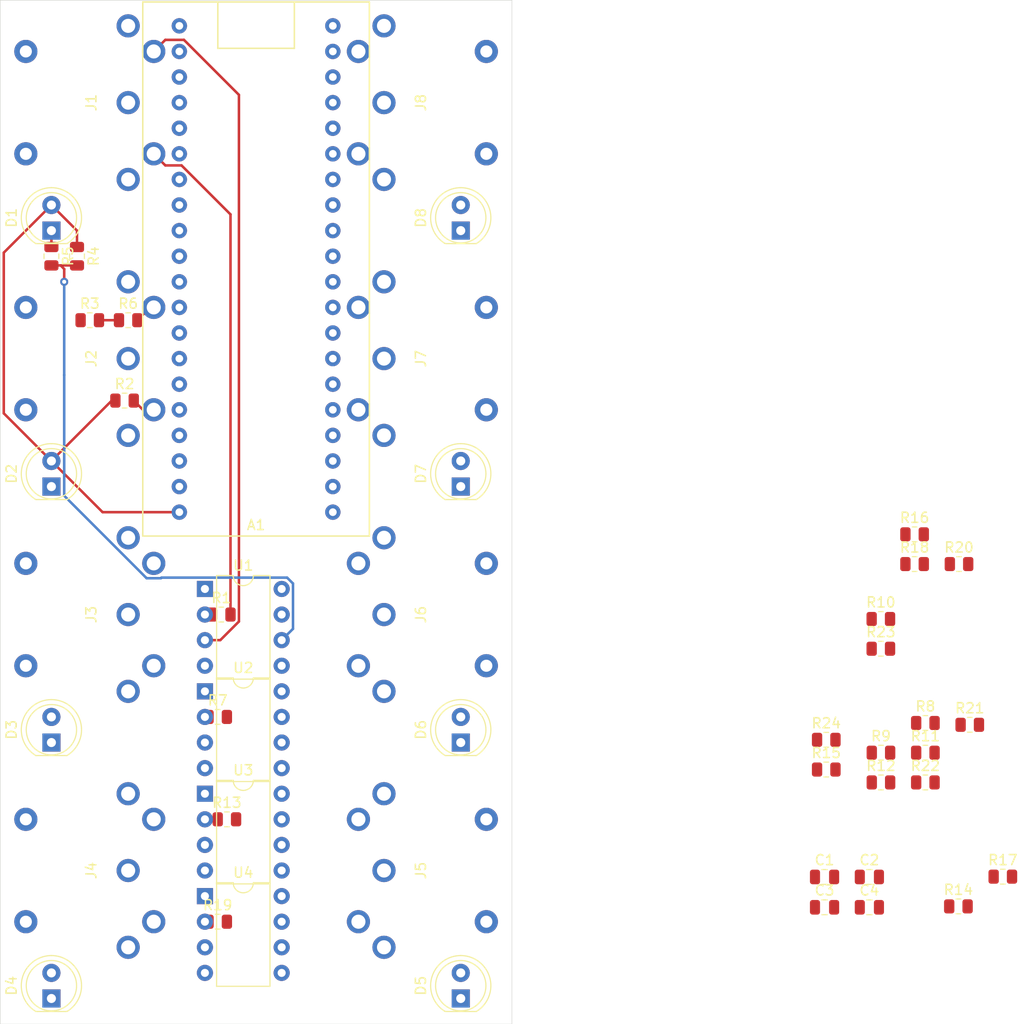
<source format=kicad_pcb>
(kicad_pcb (version 20171130) (host pcbnew 5.1.9)

  (general
    (thickness 1.6)
    (drawings 4)
    (tracks 39)
    (zones 0)
    (modules 49)
    (nets 40)
  )

  (page A4)
  (layers
    (0 F.Cu signal)
    (31 B.Cu signal)
    (32 B.Adhes user)
    (33 F.Adhes user)
    (34 B.Paste user)
    (35 F.Paste user)
    (36 B.SilkS user)
    (37 F.SilkS user)
    (38 B.Mask user)
    (39 F.Mask user)
    (40 Dwgs.User user)
    (41 Cmts.User user)
    (42 Eco1.User user)
    (43 Eco2.User user)
    (44 Edge.Cuts user)
    (45 Margin user)
    (46 B.CrtYd user)
    (47 F.CrtYd user)
    (48 B.Fab user)
    (49 F.Fab user)
  )

  (setup
    (last_trace_width 0.25)
    (trace_clearance 0.2)
    (zone_clearance 0.508)
    (zone_45_only no)
    (trace_min 0.2)
    (via_size 0.8)
    (via_drill 0.4)
    (via_min_size 0.4)
    (via_min_drill 0.3)
    (uvia_size 0.3)
    (uvia_drill 0.1)
    (uvias_allowed no)
    (uvia_min_size 0.2)
    (uvia_min_drill 0.1)
    (edge_width 0.05)
    (segment_width 0.2)
    (pcb_text_width 0.3)
    (pcb_text_size 1.5 1.5)
    (mod_edge_width 0.12)
    (mod_text_size 1 1)
    (mod_text_width 0.15)
    (pad_size 1.524 1.524)
    (pad_drill 0.762)
    (pad_to_mask_clearance 0)
    (aux_axis_origin 0 0)
    (visible_elements FFFFF77F)
    (pcbplotparams
      (layerselection 0x010fc_ffffffff)
      (usegerberextensions false)
      (usegerberattributes true)
      (usegerberadvancedattributes true)
      (creategerberjobfile true)
      (excludeedgelayer true)
      (linewidth 0.100000)
      (plotframeref false)
      (viasonmask false)
      (mode 1)
      (useauxorigin false)
      (hpglpennumber 1)
      (hpglpenspeed 20)
      (hpglpendiameter 15.000000)
      (psnegative false)
      (psa4output false)
      (plotreference true)
      (plotvalue true)
      (plotinvisibletext false)
      (padsonsilk false)
      (subtractmaskfromsilk false)
      (outputformat 1)
      (mirror false)
      (drillshape 1)
      (scaleselection 1)
      (outputdirectory ""))
  )

  (net 0 "")
  (net 1 +5V)
  (net 2 GND)
  (net 3 +3V3)
  (net 4 PA3)
  (net 5 PA2)
  (net 6 PA1)
  (net 7 PA0)
  (net 8 PB8)
  (net 9 PB7)
  (net 10 PB6)
  (net 11 PB5)
  (net 12 "Net-(D1-Pad1)")
  (net 13 "Net-(D2-Pad1)")
  (net 14 "Net-(D3-Pad1)")
  (net 15 "Net-(D4-Pad1)")
  (net 16 "Net-(D5-Pad1)")
  (net 17 "Net-(D6-Pad1)")
  (net 18 "Net-(D7-Pad1)")
  (net 19 "Net-(D8-Pad1)")
  (net 20 "Net-(J1-Pad4)")
  (net 21 "Net-(J1-Pad5)")
  (net 22 "Net-(J2-Pad4)")
  (net 23 "Net-(J2-Pad5)")
  (net 24 "Net-(J3-Pad4)")
  (net 25 "Net-(J3-Pad5)")
  (net 26 "Net-(J4-Pad4)")
  (net 27 "Net-(J4-Pad5)")
  (net 28 "Net-(J5-Pad4)")
  (net 29 "Net-(J5-Pad5)")
  (net 30 "Net-(J6-Pad4)")
  (net 31 "Net-(J6-Pad5)")
  (net 32 "Net-(J7-Pad4)")
  (net 33 "Net-(J7-Pad5)")
  (net 34 "Net-(J8-Pad4)")
  (net 35 "Net-(J8-Pad5)")
  (net 36 "Net-(R1-Pad1)")
  (net 37 "Net-(R7-Pad1)")
  (net 38 "Net-(R13-Pad1)")
  (net 39 "Net-(R19-Pad1)")

  (net_class Default "This is the default net class."
    (clearance 0.2)
    (trace_width 0.25)
    (via_dia 0.8)
    (via_drill 0.4)
    (uvia_dia 0.3)
    (uvia_drill 0.1)
    (add_net +3V3)
    (add_net +5V)
    (add_net GND)
    (add_net "Net-(D1-Pad1)")
    (add_net "Net-(D2-Pad1)")
    (add_net "Net-(D3-Pad1)")
    (add_net "Net-(D4-Pad1)")
    (add_net "Net-(D5-Pad1)")
    (add_net "Net-(D6-Pad1)")
    (add_net "Net-(D7-Pad1)")
    (add_net "Net-(D8-Pad1)")
    (add_net "Net-(J1-Pad4)")
    (add_net "Net-(J1-Pad5)")
    (add_net "Net-(J2-Pad4)")
    (add_net "Net-(J2-Pad5)")
    (add_net "Net-(J3-Pad4)")
    (add_net "Net-(J3-Pad5)")
    (add_net "Net-(J4-Pad4)")
    (add_net "Net-(J4-Pad5)")
    (add_net "Net-(J5-Pad4)")
    (add_net "Net-(J5-Pad5)")
    (add_net "Net-(J6-Pad4)")
    (add_net "Net-(J6-Pad5)")
    (add_net "Net-(J7-Pad4)")
    (add_net "Net-(J7-Pad5)")
    (add_net "Net-(J8-Pad4)")
    (add_net "Net-(J8-Pad5)")
    (add_net "Net-(R1-Pad1)")
    (add_net "Net-(R13-Pad1)")
    (add_net "Net-(R19-Pad1)")
    (add_net "Net-(R7-Pad1)")
    (add_net PA0)
    (add_net PA1)
    (add_net PA2)
    (add_net PA3)
    (add_net PB5)
    (add_net PB6)
    (add_net PB7)
    (add_net PB8)
  )

  (module Package_DIP:DIP-8_W7.62mm (layer F.Cu) (tedit 5A02E8C5) (tstamp 605F017A)
    (at 68.58 121.92)
    (descr "8-lead though-hole mounted DIP package, row spacing 7.62 mm (300 mils)")
    (tags "THT DIP DIL PDIP 2.54mm 7.62mm 300mil")
    (path /606F99A4)
    (fp_text reference U4 (at 3.81 -2.33) (layer F.SilkS)
      (effects (font (size 1 1) (thickness 0.15)))
    )
    (fp_text value 6N137 (at 3.81 9.95) (layer F.Fab)
      (effects (font (size 1 1) (thickness 0.15)))
    )
    (fp_line (start 8.7 -1.55) (end -1.1 -1.55) (layer F.CrtYd) (width 0.05))
    (fp_line (start 8.7 9.15) (end 8.7 -1.55) (layer F.CrtYd) (width 0.05))
    (fp_line (start -1.1 9.15) (end 8.7 9.15) (layer F.CrtYd) (width 0.05))
    (fp_line (start -1.1 -1.55) (end -1.1 9.15) (layer F.CrtYd) (width 0.05))
    (fp_line (start 6.46 -1.33) (end 4.81 -1.33) (layer F.SilkS) (width 0.12))
    (fp_line (start 6.46 8.95) (end 6.46 -1.33) (layer F.SilkS) (width 0.12))
    (fp_line (start 1.16 8.95) (end 6.46 8.95) (layer F.SilkS) (width 0.12))
    (fp_line (start 1.16 -1.33) (end 1.16 8.95) (layer F.SilkS) (width 0.12))
    (fp_line (start 2.81 -1.33) (end 1.16 -1.33) (layer F.SilkS) (width 0.12))
    (fp_line (start 0.635 -0.27) (end 1.635 -1.27) (layer F.Fab) (width 0.1))
    (fp_line (start 0.635 8.89) (end 0.635 -0.27) (layer F.Fab) (width 0.1))
    (fp_line (start 6.985 8.89) (end 0.635 8.89) (layer F.Fab) (width 0.1))
    (fp_line (start 6.985 -1.27) (end 6.985 8.89) (layer F.Fab) (width 0.1))
    (fp_line (start 1.635 -1.27) (end 6.985 -1.27) (layer F.Fab) (width 0.1))
    (fp_text user %R (at 3.81 3.81) (layer F.Fab)
      (effects (font (size 1 1) (thickness 0.15)))
    )
    (fp_arc (start 3.81 -1.33) (end 2.81 -1.33) (angle -180) (layer F.SilkS) (width 0.12))
    (pad 8 thru_hole oval (at 7.62 0) (size 1.6 1.6) (drill 0.8) (layers *.Cu *.Mask)
      (net 1 +5V))
    (pad 4 thru_hole oval (at 0 7.62) (size 1.6 1.6) (drill 0.8) (layers *.Cu *.Mask))
    (pad 7 thru_hole oval (at 7.62 2.54) (size 1.6 1.6) (drill 0.8) (layers *.Cu *.Mask))
    (pad 3 thru_hole oval (at 0 5.08) (size 1.6 1.6) (drill 0.8) (layers *.Cu *.Mask)
      (net 33 "Net-(J7-Pad5)"))
    (pad 6 thru_hole oval (at 7.62 5.08) (size 1.6 1.6) (drill 0.8) (layers *.Cu *.Mask)
      (net 8 PB8))
    (pad 2 thru_hole oval (at 0 2.54) (size 1.6 1.6) (drill 0.8) (layers *.Cu *.Mask)
      (net 39 "Net-(R19-Pad1)"))
    (pad 5 thru_hole oval (at 7.62 7.62) (size 1.6 1.6) (drill 0.8) (layers *.Cu *.Mask)
      (net 2 GND))
    (pad 1 thru_hole rect (at 0 0) (size 1.6 1.6) (drill 0.8) (layers *.Cu *.Mask))
    (model ${KISYS3DMOD}/Package_DIP.3dshapes/DIP-8_W7.62mm.wrl
      (at (xyz 0 0 0))
      (scale (xyz 1 1 1))
      (rotate (xyz 0 0 0))
    )
  )

  (module Package_DIP:DIP-8_W7.62mm (layer F.Cu) (tedit 5A02E8C5) (tstamp 605EFF6D)
    (at 68.58 111.76)
    (descr "8-lead though-hole mounted DIP package, row spacing 7.62 mm (300 mils)")
    (tags "THT DIP DIL PDIP 2.54mm 7.62mm 300mil")
    (path /606F98CD)
    (fp_text reference U3 (at 3.81 -2.33) (layer F.SilkS)
      (effects (font (size 1 1) (thickness 0.15)))
    )
    (fp_text value 6N137 (at 3.81 9.95) (layer F.Fab)
      (effects (font (size 1 1) (thickness 0.15)))
    )
    (fp_line (start 8.7 -1.55) (end -1.1 -1.55) (layer F.CrtYd) (width 0.05))
    (fp_line (start 8.7 9.15) (end 8.7 -1.55) (layer F.CrtYd) (width 0.05))
    (fp_line (start -1.1 9.15) (end 8.7 9.15) (layer F.CrtYd) (width 0.05))
    (fp_line (start -1.1 -1.55) (end -1.1 9.15) (layer F.CrtYd) (width 0.05))
    (fp_line (start 6.46 -1.33) (end 4.81 -1.33) (layer F.SilkS) (width 0.12))
    (fp_line (start 6.46 8.95) (end 6.46 -1.33) (layer F.SilkS) (width 0.12))
    (fp_line (start 1.16 8.95) (end 6.46 8.95) (layer F.SilkS) (width 0.12))
    (fp_line (start 1.16 -1.33) (end 1.16 8.95) (layer F.SilkS) (width 0.12))
    (fp_line (start 2.81 -1.33) (end 1.16 -1.33) (layer F.SilkS) (width 0.12))
    (fp_line (start 0.635 -0.27) (end 1.635 -1.27) (layer F.Fab) (width 0.1))
    (fp_line (start 0.635 8.89) (end 0.635 -0.27) (layer F.Fab) (width 0.1))
    (fp_line (start 6.985 8.89) (end 0.635 8.89) (layer F.Fab) (width 0.1))
    (fp_line (start 6.985 -1.27) (end 6.985 8.89) (layer F.Fab) (width 0.1))
    (fp_line (start 1.635 -1.27) (end 6.985 -1.27) (layer F.Fab) (width 0.1))
    (fp_text user %R (at 3.81 3.81) (layer F.Fab)
      (effects (font (size 1 1) (thickness 0.15)))
    )
    (fp_arc (start 3.81 -1.33) (end 2.81 -1.33) (angle -180) (layer F.SilkS) (width 0.12))
    (pad 8 thru_hole oval (at 7.62 0) (size 1.6 1.6) (drill 0.8) (layers *.Cu *.Mask)
      (net 1 +5V))
    (pad 4 thru_hole oval (at 0 7.62) (size 1.6 1.6) (drill 0.8) (layers *.Cu *.Mask))
    (pad 7 thru_hole oval (at 7.62 2.54) (size 1.6 1.6) (drill 0.8) (layers *.Cu *.Mask))
    (pad 3 thru_hole oval (at 0 5.08) (size 1.6 1.6) (drill 0.8) (layers *.Cu *.Mask)
      (net 29 "Net-(J5-Pad5)"))
    (pad 6 thru_hole oval (at 7.62 5.08) (size 1.6 1.6) (drill 0.8) (layers *.Cu *.Mask)
      (net 9 PB7))
    (pad 2 thru_hole oval (at 0 2.54) (size 1.6 1.6) (drill 0.8) (layers *.Cu *.Mask)
      (net 38 "Net-(R13-Pad1)"))
    (pad 5 thru_hole oval (at 7.62 7.62) (size 1.6 1.6) (drill 0.8) (layers *.Cu *.Mask)
      (net 2 GND))
    (pad 1 thru_hole rect (at 0 0) (size 1.6 1.6) (drill 0.8) (layers *.Cu *.Mask))
    (model ${KISYS3DMOD}/Package_DIP.3dshapes/DIP-8_W7.62mm.wrl
      (at (xyz 0 0 0))
      (scale (xyz 1 1 1))
      (rotate (xyz 0 0 0))
    )
  )

  (module Package_DIP:DIP-8_W7.62mm (layer F.Cu) (tedit 5A02E8C5) (tstamp 605E93C7)
    (at 68.58 101.6)
    (descr "8-lead though-hole mounted DIP package, row spacing 7.62 mm (300 mils)")
    (tags "THT DIP DIL PDIP 2.54mm 7.62mm 300mil")
    (path /606E0029)
    (fp_text reference U2 (at 3.81 -2.33) (layer F.SilkS)
      (effects (font (size 1 1) (thickness 0.15)))
    )
    (fp_text value 6N137 (at 3.81 9.95) (layer F.Fab)
      (effects (font (size 1 1) (thickness 0.15)))
    )
    (fp_line (start 8.7 -1.55) (end -1.1 -1.55) (layer F.CrtYd) (width 0.05))
    (fp_line (start 8.7 9.15) (end 8.7 -1.55) (layer F.CrtYd) (width 0.05))
    (fp_line (start -1.1 9.15) (end 8.7 9.15) (layer F.CrtYd) (width 0.05))
    (fp_line (start -1.1 -1.55) (end -1.1 9.15) (layer F.CrtYd) (width 0.05))
    (fp_line (start 6.46 -1.33) (end 4.81 -1.33) (layer F.SilkS) (width 0.12))
    (fp_line (start 6.46 8.95) (end 6.46 -1.33) (layer F.SilkS) (width 0.12))
    (fp_line (start 1.16 8.95) (end 6.46 8.95) (layer F.SilkS) (width 0.12))
    (fp_line (start 1.16 -1.33) (end 1.16 8.95) (layer F.SilkS) (width 0.12))
    (fp_line (start 2.81 -1.33) (end 1.16 -1.33) (layer F.SilkS) (width 0.12))
    (fp_line (start 0.635 -0.27) (end 1.635 -1.27) (layer F.Fab) (width 0.1))
    (fp_line (start 0.635 8.89) (end 0.635 -0.27) (layer F.Fab) (width 0.1))
    (fp_line (start 6.985 8.89) (end 0.635 8.89) (layer F.Fab) (width 0.1))
    (fp_line (start 6.985 -1.27) (end 6.985 8.89) (layer F.Fab) (width 0.1))
    (fp_line (start 1.635 -1.27) (end 6.985 -1.27) (layer F.Fab) (width 0.1))
    (fp_text user %R (at 3.81 3.81) (layer F.Fab)
      (effects (font (size 1 1) (thickness 0.15)))
    )
    (fp_arc (start 3.81 -1.33) (end 2.81 -1.33) (angle -180) (layer F.SilkS) (width 0.12))
    (pad 8 thru_hole oval (at 7.62 0) (size 1.6 1.6) (drill 0.8) (layers *.Cu *.Mask)
      (net 1 +5V))
    (pad 4 thru_hole oval (at 0 7.62) (size 1.6 1.6) (drill 0.8) (layers *.Cu *.Mask))
    (pad 7 thru_hole oval (at 7.62 2.54) (size 1.6 1.6) (drill 0.8) (layers *.Cu *.Mask))
    (pad 3 thru_hole oval (at 0 5.08) (size 1.6 1.6) (drill 0.8) (layers *.Cu *.Mask)
      (net 25 "Net-(J3-Pad5)"))
    (pad 6 thru_hole oval (at 7.62 5.08) (size 1.6 1.6) (drill 0.8) (layers *.Cu *.Mask)
      (net 10 PB6))
    (pad 2 thru_hole oval (at 0 2.54) (size 1.6 1.6) (drill 0.8) (layers *.Cu *.Mask)
      (net 37 "Net-(R7-Pad1)"))
    (pad 5 thru_hole oval (at 7.62 7.62) (size 1.6 1.6) (drill 0.8) (layers *.Cu *.Mask)
      (net 2 GND))
    (pad 1 thru_hole rect (at 0 0) (size 1.6 1.6) (drill 0.8) (layers *.Cu *.Mask))
    (model ${KISYS3DMOD}/Package_DIP.3dshapes/DIP-8_W7.62mm.wrl
      (at (xyz 0 0 0))
      (scale (xyz 1 1 1))
      (rotate (xyz 0 0 0))
    )
  )

  (module Package_DIP:DIP-8_W7.62mm (layer F.Cu) (tedit 5A02E8C5) (tstamp 605EFD5D)
    (at 68.58 91.44)
    (descr "8-lead though-hole mounted DIP package, row spacing 7.62 mm (300 mils)")
    (tags "THT DIP DIL PDIP 2.54mm 7.62mm 300mil")
    (path /605E6525)
    (fp_text reference U1 (at 3.81 -2.33) (layer F.SilkS)
      (effects (font (size 1 1) (thickness 0.15)))
    )
    (fp_text value 6N137 (at 3.81 9.95) (layer F.Fab)
      (effects (font (size 1 1) (thickness 0.15)))
    )
    (fp_line (start 8.7 -1.55) (end -1.1 -1.55) (layer F.CrtYd) (width 0.05))
    (fp_line (start 8.7 9.15) (end 8.7 -1.55) (layer F.CrtYd) (width 0.05))
    (fp_line (start -1.1 9.15) (end 8.7 9.15) (layer F.CrtYd) (width 0.05))
    (fp_line (start -1.1 -1.55) (end -1.1 9.15) (layer F.CrtYd) (width 0.05))
    (fp_line (start 6.46 -1.33) (end 4.81 -1.33) (layer F.SilkS) (width 0.12))
    (fp_line (start 6.46 8.95) (end 6.46 -1.33) (layer F.SilkS) (width 0.12))
    (fp_line (start 1.16 8.95) (end 6.46 8.95) (layer F.SilkS) (width 0.12))
    (fp_line (start 1.16 -1.33) (end 1.16 8.95) (layer F.SilkS) (width 0.12))
    (fp_line (start 2.81 -1.33) (end 1.16 -1.33) (layer F.SilkS) (width 0.12))
    (fp_line (start 0.635 -0.27) (end 1.635 -1.27) (layer F.Fab) (width 0.1))
    (fp_line (start 0.635 8.89) (end 0.635 -0.27) (layer F.Fab) (width 0.1))
    (fp_line (start 6.985 8.89) (end 0.635 8.89) (layer F.Fab) (width 0.1))
    (fp_line (start 6.985 -1.27) (end 6.985 8.89) (layer F.Fab) (width 0.1))
    (fp_line (start 1.635 -1.27) (end 6.985 -1.27) (layer F.Fab) (width 0.1))
    (fp_text user %R (at 3.81 3.81) (layer F.Fab)
      (effects (font (size 1 1) (thickness 0.15)))
    )
    (fp_arc (start 3.81 -1.33) (end 2.81 -1.33) (angle -180) (layer F.SilkS) (width 0.12))
    (pad 8 thru_hole oval (at 7.62 0) (size 1.6 1.6) (drill 0.8) (layers *.Cu *.Mask)
      (net 1 +5V))
    (pad 4 thru_hole oval (at 0 7.62) (size 1.6 1.6) (drill 0.8) (layers *.Cu *.Mask))
    (pad 7 thru_hole oval (at 7.62 2.54) (size 1.6 1.6) (drill 0.8) (layers *.Cu *.Mask))
    (pad 3 thru_hole oval (at 0 5.08) (size 1.6 1.6) (drill 0.8) (layers *.Cu *.Mask)
      (net 21 "Net-(J1-Pad5)"))
    (pad 6 thru_hole oval (at 7.62 5.08) (size 1.6 1.6) (drill 0.8) (layers *.Cu *.Mask)
      (net 11 PB5))
    (pad 2 thru_hole oval (at 0 2.54) (size 1.6 1.6) (drill 0.8) (layers *.Cu *.Mask)
      (net 36 "Net-(R1-Pad1)"))
    (pad 5 thru_hole oval (at 7.62 7.62) (size 1.6 1.6) (drill 0.8) (layers *.Cu *.Mask)
      (net 2 GND))
    (pad 1 thru_hole rect (at 0 0) (size 1.6 1.6) (drill 0.8) (layers *.Cu *.Mask))
    (model ${KISYS3DMOD}/Package_DIP.3dshapes/DIP-8_W7.62mm.wrl
      (at (xyz 0 0 0))
      (scale (xyz 1 1 1))
      (rotate (xyz 0 0 0))
    )
  )

  (module Resistor_SMD:R_0805_2012Metric (layer F.Cu) (tedit 5F68FEEE) (tstamp 605F0220)
    (at 130.27 106.41)
    (descr "Resistor SMD 0805 (2012 Metric), square (rectangular) end terminal, IPC_7351 nominal, (Body size source: IPC-SM-782 page 72, https://www.pcb-3d.com/wordpress/wp-content/uploads/ipc-sm-782a_amendment_1_and_2.pdf), generated with kicad-footprint-generator")
    (tags resistor)
    (path /606F9977)
    (attr smd)
    (fp_text reference R24 (at 0 -1.65) (layer F.SilkS)
      (effects (font (size 1 1) (thickness 0.15)))
    )
    (fp_text value 10 (at 0 1.65) (layer F.Fab)
      (effects (font (size 1 1) (thickness 0.15)))
    )
    (fp_line (start 1.68 0.95) (end -1.68 0.95) (layer F.CrtYd) (width 0.05))
    (fp_line (start 1.68 -0.95) (end 1.68 0.95) (layer F.CrtYd) (width 0.05))
    (fp_line (start -1.68 -0.95) (end 1.68 -0.95) (layer F.CrtYd) (width 0.05))
    (fp_line (start -1.68 0.95) (end -1.68 -0.95) (layer F.CrtYd) (width 0.05))
    (fp_line (start -0.227064 0.735) (end 0.227064 0.735) (layer F.SilkS) (width 0.12))
    (fp_line (start -0.227064 -0.735) (end 0.227064 -0.735) (layer F.SilkS) (width 0.12))
    (fp_line (start 1 0.625) (end -1 0.625) (layer F.Fab) (width 0.1))
    (fp_line (start 1 -0.625) (end 1 0.625) (layer F.Fab) (width 0.1))
    (fp_line (start -1 -0.625) (end 1 -0.625) (layer F.Fab) (width 0.1))
    (fp_line (start -1 0.625) (end -1 -0.625) (layer F.Fab) (width 0.1))
    (fp_text user %R (at 0 0) (layer F.Fab)
      (effects (font (size 0.5 0.5) (thickness 0.08)))
    )
    (pad 2 smd roundrect (at 0.9125 0) (size 1.025 1.4) (layers F.Cu F.Paste F.Mask) (roundrect_rratio 0.243902)
      (net 35 "Net-(J8-Pad5)"))
    (pad 1 smd roundrect (at -0.9125 0) (size 1.025 1.4) (layers F.Cu F.Paste F.Mask) (roundrect_rratio 0.243902)
      (net 4 PA3))
    (model ${KISYS3DMOD}/Resistor_SMD.3dshapes/R_0805_2012Metric.wrl
      (at (xyz 0 0 0))
      (scale (xyz 1 1 1))
      (rotate (xyz 0 0 0))
    )
  )

  (module Resistor_SMD:R_0805_2012Metric (layer F.Cu) (tedit 5F68FEEE) (tstamp 605F01C0)
    (at 135.69 97.37)
    (descr "Resistor SMD 0805 (2012 Metric), square (rectangular) end terminal, IPC_7351 nominal, (Body size source: IPC-SM-782 page 72, https://www.pcb-3d.com/wordpress/wp-content/uploads/ipc-sm-782a_amendment_1_and_2.pdf), generated with kicad-footprint-generator")
    (tags resistor)
    (path /606F99CE)
    (attr smd)
    (fp_text reference R23 (at 0 -1.65) (layer F.SilkS)
      (effects (font (size 1 1) (thickness 0.15)))
    )
    (fp_text value 100 (at 0 1.65) (layer F.Fab)
      (effects (font (size 1 1) (thickness 0.15)))
    )
    (fp_line (start 1.68 0.95) (end -1.68 0.95) (layer F.CrtYd) (width 0.05))
    (fp_line (start 1.68 -0.95) (end 1.68 0.95) (layer F.CrtYd) (width 0.05))
    (fp_line (start -1.68 -0.95) (end 1.68 -0.95) (layer F.CrtYd) (width 0.05))
    (fp_line (start -1.68 0.95) (end -1.68 -0.95) (layer F.CrtYd) (width 0.05))
    (fp_line (start -0.227064 0.735) (end 0.227064 0.735) (layer F.SilkS) (width 0.12))
    (fp_line (start -0.227064 -0.735) (end 0.227064 -0.735) (layer F.SilkS) (width 0.12))
    (fp_line (start 1 0.625) (end -1 0.625) (layer F.Fab) (width 0.1))
    (fp_line (start 1 -0.625) (end 1 0.625) (layer F.Fab) (width 0.1))
    (fp_line (start -1 -0.625) (end 1 -0.625) (layer F.Fab) (width 0.1))
    (fp_line (start -1 0.625) (end -1 -0.625) (layer F.Fab) (width 0.1))
    (fp_text user %R (at 0 0) (layer F.Fab)
      (effects (font (size 0.5 0.5) (thickness 0.08)))
    )
    (pad 2 smd roundrect (at 0.9125 0) (size 1.025 1.4) (layers F.Cu F.Paste F.Mask) (roundrect_rratio 0.243902)
      (net 8 PB8))
    (pad 1 smd roundrect (at -0.9125 0) (size 1.025 1.4) (layers F.Cu F.Paste F.Mask) (roundrect_rratio 0.243902)
      (net 18 "Net-(D7-Pad1)"))
    (model ${KISYS3DMOD}/Resistor_SMD.3dshapes/R_0805_2012Metric.wrl
      (at (xyz 0 0 0))
      (scale (xyz 1 1 1))
      (rotate (xyz 0 0 0))
    )
  )

  (module Resistor_SMD:R_0805_2012Metric (layer F.Cu) (tedit 5F68FEEE) (tstamp 605EFDD9)
    (at 140.11 110.64)
    (descr "Resistor SMD 0805 (2012 Metric), square (rectangular) end terminal, IPC_7351 nominal, (Body size source: IPC-SM-782 page 72, https://www.pcb-3d.com/wordpress/wp-content/uploads/ipc-sm-782a_amendment_1_and_2.pdf), generated with kicad-footprint-generator")
    (tags resistor)
    (path /606F99B9)
    (attr smd)
    (fp_text reference R22 (at 0 -1.65) (layer F.SilkS)
      (effects (font (size 1 1) (thickness 0.15)))
    )
    (fp_text value 10k (at 0 1.65) (layer F.Fab)
      (effects (font (size 1 1) (thickness 0.15)))
    )
    (fp_line (start 1.68 0.95) (end -1.68 0.95) (layer F.CrtYd) (width 0.05))
    (fp_line (start 1.68 -0.95) (end 1.68 0.95) (layer F.CrtYd) (width 0.05))
    (fp_line (start -1.68 -0.95) (end 1.68 -0.95) (layer F.CrtYd) (width 0.05))
    (fp_line (start -1.68 0.95) (end -1.68 -0.95) (layer F.CrtYd) (width 0.05))
    (fp_line (start -0.227064 0.735) (end 0.227064 0.735) (layer F.SilkS) (width 0.12))
    (fp_line (start -0.227064 -0.735) (end 0.227064 -0.735) (layer F.SilkS) (width 0.12))
    (fp_line (start 1 0.625) (end -1 0.625) (layer F.Fab) (width 0.1))
    (fp_line (start 1 -0.625) (end 1 0.625) (layer F.Fab) (width 0.1))
    (fp_line (start -1 -0.625) (end 1 -0.625) (layer F.Fab) (width 0.1))
    (fp_line (start -1 0.625) (end -1 -0.625) (layer F.Fab) (width 0.1))
    (fp_text user %R (at 0 0) (layer F.Fab)
      (effects (font (size 0.5 0.5) (thickness 0.08)))
    )
    (pad 2 smd roundrect (at 0.9125 0) (size 1.025 1.4) (layers F.Cu F.Paste F.Mask) (roundrect_rratio 0.243902)
      (net 8 PB8))
    (pad 1 smd roundrect (at -0.9125 0) (size 1.025 1.4) (layers F.Cu F.Paste F.Mask) (roundrect_rratio 0.243902)
      (net 3 +3V3))
    (model ${KISYS3DMOD}/Resistor_SMD.3dshapes/R_0805_2012Metric.wrl
      (at (xyz 0 0 0))
      (scale (xyz 1 1 1))
      (rotate (xyz 0 0 0))
    )
  )

  (module Resistor_SMD:R_0805_2012Metric (layer F.Cu) (tedit 5F68FEEE) (tstamp 605EFBCC)
    (at 144.52 104.92)
    (descr "Resistor SMD 0805 (2012 Metric), square (rectangular) end terminal, IPC_7351 nominal, (Body size source: IPC-SM-782 page 72, https://www.pcb-3d.com/wordpress/wp-content/uploads/ipc-sm-782a_amendment_1_and_2.pdf), generated with kicad-footprint-generator")
    (tags resistor)
    (path /606F9A2B)
    (attr smd)
    (fp_text reference R21 (at 0 -1.65) (layer F.SilkS)
      (effects (font (size 1 1) (thickness 0.15)))
    )
    (fp_text value 100 (at 0 1.65) (layer F.Fab)
      (effects (font (size 1 1) (thickness 0.15)))
    )
    (fp_line (start 1.68 0.95) (end -1.68 0.95) (layer F.CrtYd) (width 0.05))
    (fp_line (start 1.68 -0.95) (end 1.68 0.95) (layer F.CrtYd) (width 0.05))
    (fp_line (start -1.68 -0.95) (end 1.68 -0.95) (layer F.CrtYd) (width 0.05))
    (fp_line (start -1.68 0.95) (end -1.68 -0.95) (layer F.CrtYd) (width 0.05))
    (fp_line (start -0.227064 0.735) (end 0.227064 0.735) (layer F.SilkS) (width 0.12))
    (fp_line (start -0.227064 -0.735) (end 0.227064 -0.735) (layer F.SilkS) (width 0.12))
    (fp_line (start 1 0.625) (end -1 0.625) (layer F.Fab) (width 0.1))
    (fp_line (start 1 -0.625) (end 1 0.625) (layer F.Fab) (width 0.1))
    (fp_line (start -1 -0.625) (end 1 -0.625) (layer F.Fab) (width 0.1))
    (fp_line (start -1 0.625) (end -1 -0.625) (layer F.Fab) (width 0.1))
    (fp_text user %R (at 0 0) (layer F.Fab)
      (effects (font (size 0.5 0.5) (thickness 0.08)))
    )
    (pad 2 smd roundrect (at 0.9125 0) (size 1.025 1.4) (layers F.Cu F.Paste F.Mask) (roundrect_rratio 0.243902)
      (net 4 PA3))
    (pad 1 smd roundrect (at -0.9125 0) (size 1.025 1.4) (layers F.Cu F.Paste F.Mask) (roundrect_rratio 0.243902)
      (net 19 "Net-(D8-Pad1)"))
    (model ${KISYS3DMOD}/Resistor_SMD.3dshapes/R_0805_2012Metric.wrl
      (at (xyz 0 0 0))
      (scale (xyz 1 1 1))
      (rotate (xyz 0 0 0))
    )
  )

  (module Resistor_SMD:R_0805_2012Metric (layer F.Cu) (tedit 5F68FEEE) (tstamp 605F01F0)
    (at 143.45 88.97)
    (descr "Resistor SMD 0805 (2012 Metric), square (rectangular) end terminal, IPC_7351 nominal, (Body size source: IPC-SM-782 page 72, https://www.pcb-3d.com/wordpress/wp-content/uploads/ipc-sm-782a_amendment_1_and_2.pdf), generated with kicad-footprint-generator")
    (tags resistor)
    (path /606F9A1E)
    (attr smd)
    (fp_text reference R20 (at 0 -1.65) (layer F.SilkS)
      (effects (font (size 1 1) (thickness 0.15)))
    )
    (fp_text value 47 (at 0 1.65) (layer F.Fab)
      (effects (font (size 1 1) (thickness 0.15)))
    )
    (fp_line (start 1.68 0.95) (end -1.68 0.95) (layer F.CrtYd) (width 0.05))
    (fp_line (start 1.68 -0.95) (end 1.68 0.95) (layer F.CrtYd) (width 0.05))
    (fp_line (start -1.68 -0.95) (end 1.68 -0.95) (layer F.CrtYd) (width 0.05))
    (fp_line (start -1.68 0.95) (end -1.68 -0.95) (layer F.CrtYd) (width 0.05))
    (fp_line (start -0.227064 0.735) (end 0.227064 0.735) (layer F.SilkS) (width 0.12))
    (fp_line (start -0.227064 -0.735) (end 0.227064 -0.735) (layer F.SilkS) (width 0.12))
    (fp_line (start 1 0.625) (end -1 0.625) (layer F.Fab) (width 0.1))
    (fp_line (start 1 -0.625) (end 1 0.625) (layer F.Fab) (width 0.1))
    (fp_line (start -1 -0.625) (end 1 -0.625) (layer F.Fab) (width 0.1))
    (fp_line (start -1 0.625) (end -1 -0.625) (layer F.Fab) (width 0.1))
    (fp_text user %R (at 0 0) (layer F.Fab)
      (effects (font (size 0.5 0.5) (thickness 0.08)))
    )
    (pad 2 smd roundrect (at 0.9125 0) (size 1.025 1.4) (layers F.Cu F.Paste F.Mask) (roundrect_rratio 0.243902)
      (net 34 "Net-(J8-Pad4)"))
    (pad 1 smd roundrect (at -0.9125 0) (size 1.025 1.4) (layers F.Cu F.Paste F.Mask) (roundrect_rratio 0.243902)
      (net 3 +3V3))
    (model ${KISYS3DMOD}/Resistor_SMD.3dshapes/R_0805_2012Metric.wrl
      (at (xyz 0 0 0))
      (scale (xyz 1 1 1))
      (rotate (xyz 0 0 0))
    )
  )

  (module Resistor_SMD:R_0805_2012Metric (layer F.Cu) (tedit 5F68FEEE) (tstamp 605F05CE)
    (at 69.85 124.46)
    (descr "Resistor SMD 0805 (2012 Metric), square (rectangular) end terminal, IPC_7351 nominal, (Body size source: IPC-SM-782 page 72, https://www.pcb-3d.com/wordpress/wp-content/uploads/ipc-sm-782a_amendment_1_and_2.pdf), generated with kicad-footprint-generator")
    (tags resistor)
    (path /606F9983)
    (attr smd)
    (fp_text reference R19 (at 0 -1.65) (layer F.SilkS)
      (effects (font (size 1 1) (thickness 0.15)))
    )
    (fp_text value 220 (at 0 1.65) (layer F.Fab)
      (effects (font (size 1 1) (thickness 0.15)))
    )
    (fp_line (start 1.68 0.95) (end -1.68 0.95) (layer F.CrtYd) (width 0.05))
    (fp_line (start 1.68 -0.95) (end 1.68 0.95) (layer F.CrtYd) (width 0.05))
    (fp_line (start -1.68 -0.95) (end 1.68 -0.95) (layer F.CrtYd) (width 0.05))
    (fp_line (start -1.68 0.95) (end -1.68 -0.95) (layer F.CrtYd) (width 0.05))
    (fp_line (start -0.227064 0.735) (end 0.227064 0.735) (layer F.SilkS) (width 0.12))
    (fp_line (start -0.227064 -0.735) (end 0.227064 -0.735) (layer F.SilkS) (width 0.12))
    (fp_line (start 1 0.625) (end -1 0.625) (layer F.Fab) (width 0.1))
    (fp_line (start 1 -0.625) (end 1 0.625) (layer F.Fab) (width 0.1))
    (fp_line (start -1 -0.625) (end 1 -0.625) (layer F.Fab) (width 0.1))
    (fp_line (start -1 0.625) (end -1 -0.625) (layer F.Fab) (width 0.1))
    (fp_text user %R (at 0 0) (layer F.Fab)
      (effects (font (size 0.5 0.5) (thickness 0.08)))
    )
    (pad 2 smd roundrect (at 0.9125 0) (size 1.025 1.4) (layers F.Cu F.Paste F.Mask) (roundrect_rratio 0.243902)
      (net 32 "Net-(J7-Pad4)"))
    (pad 1 smd roundrect (at -0.9125 0) (size 1.025 1.4) (layers F.Cu F.Paste F.Mask) (roundrect_rratio 0.243902)
      (net 39 "Net-(R19-Pad1)"))
    (model ${KISYS3DMOD}/Resistor_SMD.3dshapes/R_0805_2012Metric.wrl
      (at (xyz 0 0 0))
      (scale (xyz 1 1 1))
      (rotate (xyz 0 0 0))
    )
  )

  (module Resistor_SMD:R_0805_2012Metric (layer F.Cu) (tedit 5F68FEEE) (tstamp 605F013F)
    (at 139.04 88.97)
    (descr "Resistor SMD 0805 (2012 Metric), square (rectangular) end terminal, IPC_7351 nominal, (Body size source: IPC-SM-782 page 72, https://www.pcb-3d.com/wordpress/wp-content/uploads/ipc-sm-782a_amendment_1_and_2.pdf), generated with kicad-footprint-generator")
    (tags resistor)
    (path /606F9538)
    (attr smd)
    (fp_text reference R18 (at 0 -1.65) (layer F.SilkS)
      (effects (font (size 1 1) (thickness 0.15)))
    )
    (fp_text value 10 (at 0 1.65) (layer F.Fab)
      (effects (font (size 1 1) (thickness 0.15)))
    )
    (fp_line (start 1.68 0.95) (end -1.68 0.95) (layer F.CrtYd) (width 0.05))
    (fp_line (start 1.68 -0.95) (end 1.68 0.95) (layer F.CrtYd) (width 0.05))
    (fp_line (start -1.68 -0.95) (end 1.68 -0.95) (layer F.CrtYd) (width 0.05))
    (fp_line (start -1.68 0.95) (end -1.68 -0.95) (layer F.CrtYd) (width 0.05))
    (fp_line (start -0.227064 0.735) (end 0.227064 0.735) (layer F.SilkS) (width 0.12))
    (fp_line (start -0.227064 -0.735) (end 0.227064 -0.735) (layer F.SilkS) (width 0.12))
    (fp_line (start 1 0.625) (end -1 0.625) (layer F.Fab) (width 0.1))
    (fp_line (start 1 -0.625) (end 1 0.625) (layer F.Fab) (width 0.1))
    (fp_line (start -1 -0.625) (end 1 -0.625) (layer F.Fab) (width 0.1))
    (fp_line (start -1 0.625) (end -1 -0.625) (layer F.Fab) (width 0.1))
    (fp_text user %R (at 0 0) (layer F.Fab)
      (effects (font (size 0.5 0.5) (thickness 0.08)))
    )
    (pad 2 smd roundrect (at 0.9125 0) (size 1.025 1.4) (layers F.Cu F.Paste F.Mask) (roundrect_rratio 0.243902)
      (net 31 "Net-(J6-Pad5)"))
    (pad 1 smd roundrect (at -0.9125 0) (size 1.025 1.4) (layers F.Cu F.Paste F.Mask) (roundrect_rratio 0.243902)
      (net 5 PA2))
    (model ${KISYS3DMOD}/Resistor_SMD.3dshapes/R_0805_2012Metric.wrl
      (at (xyz 0 0 0))
      (scale (xyz 1 1 1))
      (rotate (xyz 0 0 0))
    )
  )

  (module Resistor_SMD:R_0805_2012Metric (layer F.Cu) (tedit 5F68FEEE) (tstamp 605F0280)
    (at 147.8 119.99)
    (descr "Resistor SMD 0805 (2012 Metric), square (rectangular) end terminal, IPC_7351 nominal, (Body size source: IPC-SM-782 page 72, https://www.pcb-3d.com/wordpress/wp-content/uploads/ipc-sm-782a_amendment_1_and_2.pdf), generated with kicad-footprint-generator")
    (tags resistor)
    (path /606F98F7)
    (attr smd)
    (fp_text reference R17 (at 0 -1.65) (layer F.SilkS)
      (effects (font (size 1 1) (thickness 0.15)))
    )
    (fp_text value 100 (at 0 1.65) (layer F.Fab)
      (effects (font (size 1 1) (thickness 0.15)))
    )
    (fp_line (start 1.68 0.95) (end -1.68 0.95) (layer F.CrtYd) (width 0.05))
    (fp_line (start 1.68 -0.95) (end 1.68 0.95) (layer F.CrtYd) (width 0.05))
    (fp_line (start -1.68 -0.95) (end 1.68 -0.95) (layer F.CrtYd) (width 0.05))
    (fp_line (start -1.68 0.95) (end -1.68 -0.95) (layer F.CrtYd) (width 0.05))
    (fp_line (start -0.227064 0.735) (end 0.227064 0.735) (layer F.SilkS) (width 0.12))
    (fp_line (start -0.227064 -0.735) (end 0.227064 -0.735) (layer F.SilkS) (width 0.12))
    (fp_line (start 1 0.625) (end -1 0.625) (layer F.Fab) (width 0.1))
    (fp_line (start 1 -0.625) (end 1 0.625) (layer F.Fab) (width 0.1))
    (fp_line (start -1 -0.625) (end 1 -0.625) (layer F.Fab) (width 0.1))
    (fp_line (start -1 0.625) (end -1 -0.625) (layer F.Fab) (width 0.1))
    (fp_text user %R (at 0 0) (layer F.Fab)
      (effects (font (size 0.5 0.5) (thickness 0.08)))
    )
    (pad 2 smd roundrect (at 0.9125 0) (size 1.025 1.4) (layers F.Cu F.Paste F.Mask) (roundrect_rratio 0.243902)
      (net 9 PB7))
    (pad 1 smd roundrect (at -0.9125 0) (size 1.025 1.4) (layers F.Cu F.Paste F.Mask) (roundrect_rratio 0.243902)
      (net 16 "Net-(D5-Pad1)"))
    (model ${KISYS3DMOD}/Resistor_SMD.3dshapes/R_0805_2012Metric.wrl
      (at (xyz 0 0 0))
      (scale (xyz 1 1 1))
      (rotate (xyz 0 0 0))
    )
  )

  (module Resistor_SMD:R_0805_2012Metric (layer F.Cu) (tedit 5F68FEEE) (tstamp 605F02B0)
    (at 139.04 86.02)
    (descr "Resistor SMD 0805 (2012 Metric), square (rectangular) end terminal, IPC_7351 nominal, (Body size source: IPC-SM-782 page 72, https://www.pcb-3d.com/wordpress/wp-content/uploads/ipc-sm-782a_amendment_1_and_2.pdf), generated with kicad-footprint-generator")
    (tags resistor)
    (path /606F98E2)
    (attr smd)
    (fp_text reference R16 (at 0 -1.65) (layer F.SilkS)
      (effects (font (size 1 1) (thickness 0.15)))
    )
    (fp_text value 10k (at 0 1.65) (layer F.Fab)
      (effects (font (size 1 1) (thickness 0.15)))
    )
    (fp_line (start 1.68 0.95) (end -1.68 0.95) (layer F.CrtYd) (width 0.05))
    (fp_line (start 1.68 -0.95) (end 1.68 0.95) (layer F.CrtYd) (width 0.05))
    (fp_line (start -1.68 -0.95) (end 1.68 -0.95) (layer F.CrtYd) (width 0.05))
    (fp_line (start -1.68 0.95) (end -1.68 -0.95) (layer F.CrtYd) (width 0.05))
    (fp_line (start -0.227064 0.735) (end 0.227064 0.735) (layer F.SilkS) (width 0.12))
    (fp_line (start -0.227064 -0.735) (end 0.227064 -0.735) (layer F.SilkS) (width 0.12))
    (fp_line (start 1 0.625) (end -1 0.625) (layer F.Fab) (width 0.1))
    (fp_line (start 1 -0.625) (end 1 0.625) (layer F.Fab) (width 0.1))
    (fp_line (start -1 -0.625) (end 1 -0.625) (layer F.Fab) (width 0.1))
    (fp_line (start -1 0.625) (end -1 -0.625) (layer F.Fab) (width 0.1))
    (fp_text user %R (at 0 0) (layer F.Fab)
      (effects (font (size 0.5 0.5) (thickness 0.08)))
    )
    (pad 2 smd roundrect (at 0.9125 0) (size 1.025 1.4) (layers F.Cu F.Paste F.Mask) (roundrect_rratio 0.243902)
      (net 9 PB7))
    (pad 1 smd roundrect (at -0.9125 0) (size 1.025 1.4) (layers F.Cu F.Paste F.Mask) (roundrect_rratio 0.243902)
      (net 3 +3V3))
    (model ${KISYS3DMOD}/Resistor_SMD.3dshapes/R_0805_2012Metric.wrl
      (at (xyz 0 0 0))
      (scale (xyz 1 1 1))
      (rotate (xyz 0 0 0))
    )
  )

  (module Resistor_SMD:R_0805_2012Metric (layer F.Cu) (tedit 5F68FEEE) (tstamp 605E991E)
    (at 130.27 109.36)
    (descr "Resistor SMD 0805 (2012 Metric), square (rectangular) end terminal, IPC_7351 nominal, (Body size source: IPC-SM-782 page 72, https://www.pcb-3d.com/wordpress/wp-content/uploads/ipc-sm-782a_amendment_1_and_2.pdf), generated with kicad-footprint-generator")
    (tags resistor)
    (path /606F9954)
    (attr smd)
    (fp_text reference R15 (at 0 -1.65) (layer F.SilkS)
      (effects (font (size 1 1) (thickness 0.15)))
    )
    (fp_text value 100 (at 0 1.65) (layer F.Fab)
      (effects (font (size 1 1) (thickness 0.15)))
    )
    (fp_line (start 1.68 0.95) (end -1.68 0.95) (layer F.CrtYd) (width 0.05))
    (fp_line (start 1.68 -0.95) (end 1.68 0.95) (layer F.CrtYd) (width 0.05))
    (fp_line (start -1.68 -0.95) (end 1.68 -0.95) (layer F.CrtYd) (width 0.05))
    (fp_line (start -1.68 0.95) (end -1.68 -0.95) (layer F.CrtYd) (width 0.05))
    (fp_line (start -0.227064 0.735) (end 0.227064 0.735) (layer F.SilkS) (width 0.12))
    (fp_line (start -0.227064 -0.735) (end 0.227064 -0.735) (layer F.SilkS) (width 0.12))
    (fp_line (start 1 0.625) (end -1 0.625) (layer F.Fab) (width 0.1))
    (fp_line (start 1 -0.625) (end 1 0.625) (layer F.Fab) (width 0.1))
    (fp_line (start -1 -0.625) (end 1 -0.625) (layer F.Fab) (width 0.1))
    (fp_line (start -1 0.625) (end -1 -0.625) (layer F.Fab) (width 0.1))
    (fp_text user %R (at 0 0) (layer F.Fab)
      (effects (font (size 0.5 0.5) (thickness 0.08)))
    )
    (pad 2 smd roundrect (at 0.9125 0) (size 1.025 1.4) (layers F.Cu F.Paste F.Mask) (roundrect_rratio 0.243902)
      (net 5 PA2))
    (pad 1 smd roundrect (at -0.9125 0) (size 1.025 1.4) (layers F.Cu F.Paste F.Mask) (roundrect_rratio 0.243902)
      (net 17 "Net-(D6-Pad1)"))
    (model ${KISYS3DMOD}/Resistor_SMD.3dshapes/R_0805_2012Metric.wrl
      (at (xyz 0 0 0))
      (scale (xyz 1 1 1))
      (rotate (xyz 0 0 0))
    )
  )

  (module Resistor_SMD:R_0805_2012Metric (layer F.Cu) (tedit 5F68FEEE) (tstamp 605EFE3F)
    (at 143.39 122.94)
    (descr "Resistor SMD 0805 (2012 Metric), square (rectangular) end terminal, IPC_7351 nominal, (Body size source: IPC-SM-782 page 72, https://www.pcb-3d.com/wordpress/wp-content/uploads/ipc-sm-782a_amendment_1_and_2.pdf), generated with kicad-footprint-generator")
    (tags resistor)
    (path /606F9947)
    (attr smd)
    (fp_text reference R14 (at 0 -1.65) (layer F.SilkS)
      (effects (font (size 1 1) (thickness 0.15)))
    )
    (fp_text value 47 (at 0 1.65) (layer F.Fab)
      (effects (font (size 1 1) (thickness 0.15)))
    )
    (fp_line (start 1.68 0.95) (end -1.68 0.95) (layer F.CrtYd) (width 0.05))
    (fp_line (start 1.68 -0.95) (end 1.68 0.95) (layer F.CrtYd) (width 0.05))
    (fp_line (start -1.68 -0.95) (end 1.68 -0.95) (layer F.CrtYd) (width 0.05))
    (fp_line (start -1.68 0.95) (end -1.68 -0.95) (layer F.CrtYd) (width 0.05))
    (fp_line (start -0.227064 0.735) (end 0.227064 0.735) (layer F.SilkS) (width 0.12))
    (fp_line (start -0.227064 -0.735) (end 0.227064 -0.735) (layer F.SilkS) (width 0.12))
    (fp_line (start 1 0.625) (end -1 0.625) (layer F.Fab) (width 0.1))
    (fp_line (start 1 -0.625) (end 1 0.625) (layer F.Fab) (width 0.1))
    (fp_line (start -1 -0.625) (end 1 -0.625) (layer F.Fab) (width 0.1))
    (fp_line (start -1 0.625) (end -1 -0.625) (layer F.Fab) (width 0.1))
    (fp_text user %R (at 0 0) (layer F.Fab)
      (effects (font (size 0.5 0.5) (thickness 0.08)))
    )
    (pad 2 smd roundrect (at 0.9125 0) (size 1.025 1.4) (layers F.Cu F.Paste F.Mask) (roundrect_rratio 0.243902)
      (net 30 "Net-(J6-Pad4)"))
    (pad 1 smd roundrect (at -0.9125 0) (size 1.025 1.4) (layers F.Cu F.Paste F.Mask) (roundrect_rratio 0.243902)
      (net 3 +3V3))
    (model ${KISYS3DMOD}/Resistor_SMD.3dshapes/R_0805_2012Metric.wrl
      (at (xyz 0 0 0))
      (scale (xyz 1 1 1))
      (rotate (xyz 0 0 0))
    )
  )

  (module Resistor_SMD:R_0805_2012Metric (layer F.Cu) (tedit 5F68FEEE) (tstamp 605EFF32)
    (at 70.7625 114.3)
    (descr "Resistor SMD 0805 (2012 Metric), square (rectangular) end terminal, IPC_7351 nominal, (Body size source: IPC-SM-782 page 72, https://www.pcb-3d.com/wordpress/wp-content/uploads/ipc-sm-782a_amendment_1_and_2.pdf), generated with kicad-footprint-generator")
    (tags resistor)
    (path /606F98AC)
    (attr smd)
    (fp_text reference R13 (at 0 -1.65) (layer F.SilkS)
      (effects (font (size 1 1) (thickness 0.15)))
    )
    (fp_text value 220 (at 0 1.65) (layer F.Fab)
      (effects (font (size 1 1) (thickness 0.15)))
    )
    (fp_line (start 1.68 0.95) (end -1.68 0.95) (layer F.CrtYd) (width 0.05))
    (fp_line (start 1.68 -0.95) (end 1.68 0.95) (layer F.CrtYd) (width 0.05))
    (fp_line (start -1.68 -0.95) (end 1.68 -0.95) (layer F.CrtYd) (width 0.05))
    (fp_line (start -1.68 0.95) (end -1.68 -0.95) (layer F.CrtYd) (width 0.05))
    (fp_line (start -0.227064 0.735) (end 0.227064 0.735) (layer F.SilkS) (width 0.12))
    (fp_line (start -0.227064 -0.735) (end 0.227064 -0.735) (layer F.SilkS) (width 0.12))
    (fp_line (start 1 0.625) (end -1 0.625) (layer F.Fab) (width 0.1))
    (fp_line (start 1 -0.625) (end 1 0.625) (layer F.Fab) (width 0.1))
    (fp_line (start -1 -0.625) (end 1 -0.625) (layer F.Fab) (width 0.1))
    (fp_line (start -1 0.625) (end -1 -0.625) (layer F.Fab) (width 0.1))
    (fp_text user %R (at 0 0) (layer F.Fab)
      (effects (font (size 0.5 0.5) (thickness 0.08)))
    )
    (pad 2 smd roundrect (at 0.9125 0) (size 1.025 1.4) (layers F.Cu F.Paste F.Mask) (roundrect_rratio 0.243902)
      (net 28 "Net-(J5-Pad4)"))
    (pad 1 smd roundrect (at -0.9125 0) (size 1.025 1.4) (layers F.Cu F.Paste F.Mask) (roundrect_rratio 0.243902)
      (net 38 "Net-(R13-Pad1)"))
    (model ${KISYS3DMOD}/Resistor_SMD.3dshapes/R_0805_2012Metric.wrl
      (at (xyz 0 0 0))
      (scale (xyz 1 1 1))
      (rotate (xyz 0 0 0))
    )
  )

  (module Resistor_SMD:R_0805_2012Metric (layer F.Cu) (tedit 5F68FEEE) (tstamp 605F00AC)
    (at 135.7 110.64)
    (descr "Resistor SMD 0805 (2012 Metric), square (rectangular) end terminal, IPC_7351 nominal, (Body size source: IPC-SM-782 page 72, https://www.pcb-3d.com/wordpress/wp-content/uploads/ipc-sm-782a_amendment_1_and_2.pdf), generated with kicad-footprint-generator")
    (tags resistor)
    (path /606DFE08)
    (attr smd)
    (fp_text reference R12 (at 0 -1.65) (layer F.SilkS)
      (effects (font (size 1 1) (thickness 0.15)))
    )
    (fp_text value 10 (at 0 1.65) (layer F.Fab)
      (effects (font (size 1 1) (thickness 0.15)))
    )
    (fp_line (start 1.68 0.95) (end -1.68 0.95) (layer F.CrtYd) (width 0.05))
    (fp_line (start 1.68 -0.95) (end 1.68 0.95) (layer F.CrtYd) (width 0.05))
    (fp_line (start -1.68 -0.95) (end 1.68 -0.95) (layer F.CrtYd) (width 0.05))
    (fp_line (start -1.68 0.95) (end -1.68 -0.95) (layer F.CrtYd) (width 0.05))
    (fp_line (start -0.227064 0.735) (end 0.227064 0.735) (layer F.SilkS) (width 0.12))
    (fp_line (start -0.227064 -0.735) (end 0.227064 -0.735) (layer F.SilkS) (width 0.12))
    (fp_line (start 1 0.625) (end -1 0.625) (layer F.Fab) (width 0.1))
    (fp_line (start 1 -0.625) (end 1 0.625) (layer F.Fab) (width 0.1))
    (fp_line (start -1 -0.625) (end 1 -0.625) (layer F.Fab) (width 0.1))
    (fp_line (start -1 0.625) (end -1 -0.625) (layer F.Fab) (width 0.1))
    (fp_text user %R (at 0 0) (layer F.Fab)
      (effects (font (size 0.5 0.5) (thickness 0.08)))
    )
    (pad 2 smd roundrect (at 0.9125 0) (size 1.025 1.4) (layers F.Cu F.Paste F.Mask) (roundrect_rratio 0.243902)
      (net 27 "Net-(J4-Pad5)"))
    (pad 1 smd roundrect (at -0.9125 0) (size 1.025 1.4) (layers F.Cu F.Paste F.Mask) (roundrect_rratio 0.243902)
      (net 6 PA1))
    (model ${KISYS3DMOD}/Resistor_SMD.3dshapes/R_0805_2012Metric.wrl
      (at (xyz 0 0 0))
      (scale (xyz 1 1 1))
      (rotate (xyz 0 0 0))
    )
  )

  (module Resistor_SMD:R_0805_2012Metric (layer F.Cu) (tedit 5F68FEEE) (tstamp 605F0406)
    (at 140.11 107.69)
    (descr "Resistor SMD 0805 (2012 Metric), square (rectangular) end terminal, IPC_7351 nominal, (Body size source: IPC-SM-782 page 72, https://www.pcb-3d.com/wordpress/wp-content/uploads/ipc-sm-782a_amendment_1_and_2.pdf), generated with kicad-footprint-generator")
    (tags resistor)
    (path /606E0053)
    (attr smd)
    (fp_text reference R11 (at 0 -1.65) (layer F.SilkS)
      (effects (font (size 1 1) (thickness 0.15)))
    )
    (fp_text value 100 (at 0 1.65) (layer F.Fab)
      (effects (font (size 1 1) (thickness 0.15)))
    )
    (fp_line (start 1.68 0.95) (end -1.68 0.95) (layer F.CrtYd) (width 0.05))
    (fp_line (start 1.68 -0.95) (end 1.68 0.95) (layer F.CrtYd) (width 0.05))
    (fp_line (start -1.68 -0.95) (end 1.68 -0.95) (layer F.CrtYd) (width 0.05))
    (fp_line (start -1.68 0.95) (end -1.68 -0.95) (layer F.CrtYd) (width 0.05))
    (fp_line (start -0.227064 0.735) (end 0.227064 0.735) (layer F.SilkS) (width 0.12))
    (fp_line (start -0.227064 -0.735) (end 0.227064 -0.735) (layer F.SilkS) (width 0.12))
    (fp_line (start 1 0.625) (end -1 0.625) (layer F.Fab) (width 0.1))
    (fp_line (start 1 -0.625) (end 1 0.625) (layer F.Fab) (width 0.1))
    (fp_line (start -1 -0.625) (end 1 -0.625) (layer F.Fab) (width 0.1))
    (fp_line (start -1 0.625) (end -1 -0.625) (layer F.Fab) (width 0.1))
    (fp_text user %R (at 0 0) (layer F.Fab)
      (effects (font (size 0.5 0.5) (thickness 0.08)))
    )
    (pad 2 smd roundrect (at 0.9125 0) (size 1.025 1.4) (layers F.Cu F.Paste F.Mask) (roundrect_rratio 0.243902)
      (net 10 PB6))
    (pad 1 smd roundrect (at -0.9125 0) (size 1.025 1.4) (layers F.Cu F.Paste F.Mask) (roundrect_rratio 0.243902)
      (net 14 "Net-(D3-Pad1)"))
    (model ${KISYS3DMOD}/Resistor_SMD.3dshapes/R_0805_2012Metric.wrl
      (at (xyz 0 0 0))
      (scale (xyz 1 1 1))
      (rotate (xyz 0 0 0))
    )
  )

  (module Resistor_SMD:R_0805_2012Metric (layer F.Cu) (tedit 5F68FEEE) (tstamp 605EFB9C)
    (at 135.69 94.42)
    (descr "Resistor SMD 0805 (2012 Metric), square (rectangular) end terminal, IPC_7351 nominal, (Body size source: IPC-SM-782 page 72, https://www.pcb-3d.com/wordpress/wp-content/uploads/ipc-sm-782a_amendment_1_and_2.pdf), generated with kicad-footprint-generator")
    (tags resistor)
    (path /606E003E)
    (attr smd)
    (fp_text reference R10 (at 0 -1.65) (layer F.SilkS)
      (effects (font (size 1 1) (thickness 0.15)))
    )
    (fp_text value 10k (at 0 1.65) (layer F.Fab)
      (effects (font (size 1 1) (thickness 0.15)))
    )
    (fp_line (start 1.68 0.95) (end -1.68 0.95) (layer F.CrtYd) (width 0.05))
    (fp_line (start 1.68 -0.95) (end 1.68 0.95) (layer F.CrtYd) (width 0.05))
    (fp_line (start -1.68 -0.95) (end 1.68 -0.95) (layer F.CrtYd) (width 0.05))
    (fp_line (start -1.68 0.95) (end -1.68 -0.95) (layer F.CrtYd) (width 0.05))
    (fp_line (start -0.227064 0.735) (end 0.227064 0.735) (layer F.SilkS) (width 0.12))
    (fp_line (start -0.227064 -0.735) (end 0.227064 -0.735) (layer F.SilkS) (width 0.12))
    (fp_line (start 1 0.625) (end -1 0.625) (layer F.Fab) (width 0.1))
    (fp_line (start 1 -0.625) (end 1 0.625) (layer F.Fab) (width 0.1))
    (fp_line (start -1 -0.625) (end 1 -0.625) (layer F.Fab) (width 0.1))
    (fp_line (start -1 0.625) (end -1 -0.625) (layer F.Fab) (width 0.1))
    (fp_text user %R (at 0 0) (layer F.Fab)
      (effects (font (size 0.5 0.5) (thickness 0.08)))
    )
    (pad 2 smd roundrect (at 0.9125 0) (size 1.025 1.4) (layers F.Cu F.Paste F.Mask) (roundrect_rratio 0.243902)
      (net 10 PB6))
    (pad 1 smd roundrect (at -0.9125 0) (size 1.025 1.4) (layers F.Cu F.Paste F.Mask) (roundrect_rratio 0.243902)
      (net 3 +3V3))
    (model ${KISYS3DMOD}/Resistor_SMD.3dshapes/R_0805_2012Metric.wrl
      (at (xyz 0 0 0))
      (scale (xyz 1 1 1))
      (rotate (xyz 0 0 0))
    )
  )

  (module Resistor_SMD:R_0805_2012Metric (layer F.Cu) (tedit 5F68FEEE) (tstamp 605EFCEC)
    (at 135.7 107.69)
    (descr "Resistor SMD 0805 (2012 Metric), square (rectangular) end terminal, IPC_7351 nominal, (Body size source: IPC-SM-782 page 72, https://www.pcb-3d.com/wordpress/wp-content/uploads/ipc-sm-782a_amendment_1_and_2.pdf), generated with kicad-footprint-generator")
    (tags resistor)
    (path /606E00B0)
    (attr smd)
    (fp_text reference R9 (at 0 -1.65) (layer F.SilkS)
      (effects (font (size 1 1) (thickness 0.15)))
    )
    (fp_text value 100 (at 0 1.65) (layer F.Fab)
      (effects (font (size 1 1) (thickness 0.15)))
    )
    (fp_line (start 1.68 0.95) (end -1.68 0.95) (layer F.CrtYd) (width 0.05))
    (fp_line (start 1.68 -0.95) (end 1.68 0.95) (layer F.CrtYd) (width 0.05))
    (fp_line (start -1.68 -0.95) (end 1.68 -0.95) (layer F.CrtYd) (width 0.05))
    (fp_line (start -1.68 0.95) (end -1.68 -0.95) (layer F.CrtYd) (width 0.05))
    (fp_line (start -0.227064 0.735) (end 0.227064 0.735) (layer F.SilkS) (width 0.12))
    (fp_line (start -0.227064 -0.735) (end 0.227064 -0.735) (layer F.SilkS) (width 0.12))
    (fp_line (start 1 0.625) (end -1 0.625) (layer F.Fab) (width 0.1))
    (fp_line (start 1 -0.625) (end 1 0.625) (layer F.Fab) (width 0.1))
    (fp_line (start -1 -0.625) (end 1 -0.625) (layer F.Fab) (width 0.1))
    (fp_line (start -1 0.625) (end -1 -0.625) (layer F.Fab) (width 0.1))
    (fp_text user %R (at 0 0) (layer F.Fab)
      (effects (font (size 0.5 0.5) (thickness 0.08)))
    )
    (pad 2 smd roundrect (at 0.9125 0) (size 1.025 1.4) (layers F.Cu F.Paste F.Mask) (roundrect_rratio 0.243902)
      (net 6 PA1))
    (pad 1 smd roundrect (at -0.9125 0) (size 1.025 1.4) (layers F.Cu F.Paste F.Mask) (roundrect_rratio 0.243902)
      (net 15 "Net-(D4-Pad1)"))
    (model ${KISYS3DMOD}/Resistor_SMD.3dshapes/R_0805_2012Metric.wrl
      (at (xyz 0 0 0))
      (scale (xyz 1 1 1))
      (rotate (xyz 0 0 0))
    )
  )

  (module Resistor_SMD:R_0805_2012Metric (layer F.Cu) (tedit 5F68FEEE) (tstamp 605F00DC)
    (at 140.11 104.74)
    (descr "Resistor SMD 0805 (2012 Metric), square (rectangular) end terminal, IPC_7351 nominal, (Body size source: IPC-SM-782 page 72, https://www.pcb-3d.com/wordpress/wp-content/uploads/ipc-sm-782a_amendment_1_and_2.pdf), generated with kicad-footprint-generator")
    (tags resistor)
    (path /606E00A3)
    (attr smd)
    (fp_text reference R8 (at 0 -1.65) (layer F.SilkS)
      (effects (font (size 1 1) (thickness 0.15)))
    )
    (fp_text value 47 (at 0 1.65) (layer F.Fab)
      (effects (font (size 1 1) (thickness 0.15)))
    )
    (fp_line (start 1.68 0.95) (end -1.68 0.95) (layer F.CrtYd) (width 0.05))
    (fp_line (start 1.68 -0.95) (end 1.68 0.95) (layer F.CrtYd) (width 0.05))
    (fp_line (start -1.68 -0.95) (end 1.68 -0.95) (layer F.CrtYd) (width 0.05))
    (fp_line (start -1.68 0.95) (end -1.68 -0.95) (layer F.CrtYd) (width 0.05))
    (fp_line (start -0.227064 0.735) (end 0.227064 0.735) (layer F.SilkS) (width 0.12))
    (fp_line (start -0.227064 -0.735) (end 0.227064 -0.735) (layer F.SilkS) (width 0.12))
    (fp_line (start 1 0.625) (end -1 0.625) (layer F.Fab) (width 0.1))
    (fp_line (start 1 -0.625) (end 1 0.625) (layer F.Fab) (width 0.1))
    (fp_line (start -1 -0.625) (end 1 -0.625) (layer F.Fab) (width 0.1))
    (fp_line (start -1 0.625) (end -1 -0.625) (layer F.Fab) (width 0.1))
    (fp_text user %R (at 0 0) (layer F.Fab)
      (effects (font (size 0.5 0.5) (thickness 0.08)))
    )
    (pad 2 smd roundrect (at 0.9125 0) (size 1.025 1.4) (layers F.Cu F.Paste F.Mask) (roundrect_rratio 0.243902)
      (net 26 "Net-(J4-Pad4)"))
    (pad 1 smd roundrect (at -0.9125 0) (size 1.025 1.4) (layers F.Cu F.Paste F.Mask) (roundrect_rratio 0.243902)
      (net 3 +3V3))
    (model ${KISYS3DMOD}/Resistor_SMD.3dshapes/R_0805_2012Metric.wrl
      (at (xyz 0 0 0))
      (scale (xyz 1 1 1))
      (rotate (xyz 0 0 0))
    )
  )

  (module Resistor_SMD:R_0805_2012Metric (layer F.Cu) (tedit 5F68FEEE) (tstamp 605EFE9F)
    (at 69.85 104.14)
    (descr "Resistor SMD 0805 (2012 Metric), square (rectangular) end terminal, IPC_7351 nominal, (Body size source: IPC-SM-782 page 72, https://www.pcb-3d.com/wordpress/wp-content/uploads/ipc-sm-782a_amendment_1_and_2.pdf), generated with kicad-footprint-generator")
    (tags resistor)
    (path /606E0008)
    (attr smd)
    (fp_text reference R7 (at 0 -1.65) (layer F.SilkS)
      (effects (font (size 1 1) (thickness 0.15)))
    )
    (fp_text value 220 (at 0 1.65) (layer F.Fab)
      (effects (font (size 1 1) (thickness 0.15)))
    )
    (fp_line (start 1.68 0.95) (end -1.68 0.95) (layer F.CrtYd) (width 0.05))
    (fp_line (start 1.68 -0.95) (end 1.68 0.95) (layer F.CrtYd) (width 0.05))
    (fp_line (start -1.68 -0.95) (end 1.68 -0.95) (layer F.CrtYd) (width 0.05))
    (fp_line (start -1.68 0.95) (end -1.68 -0.95) (layer F.CrtYd) (width 0.05))
    (fp_line (start -0.227064 0.735) (end 0.227064 0.735) (layer F.SilkS) (width 0.12))
    (fp_line (start -0.227064 -0.735) (end 0.227064 -0.735) (layer F.SilkS) (width 0.12))
    (fp_line (start 1 0.625) (end -1 0.625) (layer F.Fab) (width 0.1))
    (fp_line (start 1 -0.625) (end 1 0.625) (layer F.Fab) (width 0.1))
    (fp_line (start -1 -0.625) (end 1 -0.625) (layer F.Fab) (width 0.1))
    (fp_line (start -1 0.625) (end -1 -0.625) (layer F.Fab) (width 0.1))
    (fp_text user %R (at 0 0 90) (layer F.Fab)
      (effects (font (size 0.5 0.5) (thickness 0.08)))
    )
    (pad 2 smd roundrect (at 0.9125 0) (size 1.025 1.4) (layers F.Cu F.Paste F.Mask) (roundrect_rratio 0.243902)
      (net 24 "Net-(J3-Pad4)"))
    (pad 1 smd roundrect (at -0.9125 0) (size 1.025 1.4) (layers F.Cu F.Paste F.Mask) (roundrect_rratio 0.243902)
      (net 37 "Net-(R7-Pad1)"))
    (model ${KISYS3DMOD}/Resistor_SMD.3dshapes/R_0805_2012Metric.wrl
      (at (xyz 0 0 0))
      (scale (xyz 1 1 1))
      (rotate (xyz 0 0 0))
    )
  )

  (module Resistor_SMD:R_0805_2012Metric (layer F.Cu) (tedit 5F68FEEE) (tstamp 605EFE6F)
    (at 60.96 64.77)
    (descr "Resistor SMD 0805 (2012 Metric), square (rectangular) end terminal, IPC_7351 nominal, (Body size source: IPC-SM-782 page 72, https://www.pcb-3d.com/wordpress/wp-content/uploads/ipc-sm-782a_amendment_1_and_2.pdf), generated with kicad-footprint-generator")
    (tags resistor)
    (path /605EF815)
    (attr smd)
    (fp_text reference R6 (at 0 -1.65) (layer F.SilkS)
      (effects (font (size 1 1) (thickness 0.15)))
    )
    (fp_text value 10 (at 0 1.65) (layer F.Fab)
      (effects (font (size 1 1) (thickness 0.15)))
    )
    (fp_line (start 1.68 0.95) (end -1.68 0.95) (layer F.CrtYd) (width 0.05))
    (fp_line (start 1.68 -0.95) (end 1.68 0.95) (layer F.CrtYd) (width 0.05))
    (fp_line (start -1.68 -0.95) (end 1.68 -0.95) (layer F.CrtYd) (width 0.05))
    (fp_line (start -1.68 0.95) (end -1.68 -0.95) (layer F.CrtYd) (width 0.05))
    (fp_line (start -0.227064 0.735) (end 0.227064 0.735) (layer F.SilkS) (width 0.12))
    (fp_line (start -0.227064 -0.735) (end 0.227064 -0.735) (layer F.SilkS) (width 0.12))
    (fp_line (start 1 0.625) (end -1 0.625) (layer F.Fab) (width 0.1))
    (fp_line (start 1 -0.625) (end 1 0.625) (layer F.Fab) (width 0.1))
    (fp_line (start -1 -0.625) (end 1 -0.625) (layer F.Fab) (width 0.1))
    (fp_line (start -1 0.625) (end -1 -0.625) (layer F.Fab) (width 0.1))
    (fp_text user %R (at 0 0) (layer F.Fab)
      (effects (font (size 0.5 0.5) (thickness 0.08)))
    )
    (pad 2 smd roundrect (at 0.9125 0) (size 1.025 1.4) (layers F.Cu F.Paste F.Mask) (roundrect_rratio 0.243902)
      (net 23 "Net-(J2-Pad5)"))
    (pad 1 smd roundrect (at -0.9125 0) (size 1.025 1.4) (layers F.Cu F.Paste F.Mask) (roundrect_rratio 0.243902)
      (net 7 PA0))
    (model ${KISYS3DMOD}/Resistor_SMD.3dshapes/R_0805_2012Metric.wrl
      (at (xyz 0 0 0))
      (scale (xyz 1 1 1))
      (rotate (xyz 0 0 0))
    )
  )

  (module Resistor_SMD:R_0805_2012Metric (layer F.Cu) (tedit 5F68FEEE) (tstamp 605F0313)
    (at 53.34 58.42 270)
    (descr "Resistor SMD 0805 (2012 Metric), square (rectangular) end terminal, IPC_7351 nominal, (Body size source: IPC-SM-782 page 72, https://www.pcb-3d.com/wordpress/wp-content/uploads/ipc-sm-782a_amendment_1_and_2.pdf), generated with kicad-footprint-generator")
    (tags resistor)
    (path /6062A2A9)
    (attr smd)
    (fp_text reference R5 (at 0 -1.65 90) (layer F.SilkS)
      (effects (font (size 1 1) (thickness 0.15)))
    )
    (fp_text value 100 (at 0 1.65 90) (layer F.Fab)
      (effects (font (size 1 1) (thickness 0.15)))
    )
    (fp_line (start 1.68 0.95) (end -1.68 0.95) (layer F.CrtYd) (width 0.05))
    (fp_line (start 1.68 -0.95) (end 1.68 0.95) (layer F.CrtYd) (width 0.05))
    (fp_line (start -1.68 -0.95) (end 1.68 -0.95) (layer F.CrtYd) (width 0.05))
    (fp_line (start -1.68 0.95) (end -1.68 -0.95) (layer F.CrtYd) (width 0.05))
    (fp_line (start -0.227064 0.735) (end 0.227064 0.735) (layer F.SilkS) (width 0.12))
    (fp_line (start -0.227064 -0.735) (end 0.227064 -0.735) (layer F.SilkS) (width 0.12))
    (fp_line (start 1 0.625) (end -1 0.625) (layer F.Fab) (width 0.1))
    (fp_line (start 1 -0.625) (end 1 0.625) (layer F.Fab) (width 0.1))
    (fp_line (start -1 -0.625) (end 1 -0.625) (layer F.Fab) (width 0.1))
    (fp_line (start -1 0.625) (end -1 -0.625) (layer F.Fab) (width 0.1))
    (fp_text user %R (at 0 0 90) (layer F.Fab)
      (effects (font (size 0.5 0.5) (thickness 0.08)))
    )
    (pad 2 smd roundrect (at 0.9125 0 270) (size 1.025 1.4) (layers F.Cu F.Paste F.Mask) (roundrect_rratio 0.243902)
      (net 11 PB5))
    (pad 1 smd roundrect (at -0.9125 0 270) (size 1.025 1.4) (layers F.Cu F.Paste F.Mask) (roundrect_rratio 0.243902)
      (net 12 "Net-(D1-Pad1)"))
    (model ${KISYS3DMOD}/Resistor_SMD.3dshapes/R_0805_2012Metric.wrl
      (at (xyz 0 0 0))
      (scale (xyz 1 1 1))
      (rotate (xyz 0 0 0))
    )
  )

  (module Resistor_SMD:R_0805_2012Metric (layer F.Cu) (tedit 5F68FEEE) (tstamp 605E9C52)
    (at 55.88 58.42 270)
    (descr "Resistor SMD 0805 (2012 Metric), square (rectangular) end terminal, IPC_7351 nominal, (Body size source: IPC-SM-782 page 72, https://www.pcb-3d.com/wordpress/wp-content/uploads/ipc-sm-782a_amendment_1_and_2.pdf), generated with kicad-footprint-generator")
    (tags resistor)
    (path /6060EB2E)
    (attr smd)
    (fp_text reference R4 (at 0 -1.65 90) (layer F.SilkS)
      (effects (font (size 1 1) (thickness 0.15)))
    )
    (fp_text value 10k (at 0 1.65 90) (layer F.Fab)
      (effects (font (size 1 1) (thickness 0.15)))
    )
    (fp_line (start 1.68 0.95) (end -1.68 0.95) (layer F.CrtYd) (width 0.05))
    (fp_line (start 1.68 -0.95) (end 1.68 0.95) (layer F.CrtYd) (width 0.05))
    (fp_line (start -1.68 -0.95) (end 1.68 -0.95) (layer F.CrtYd) (width 0.05))
    (fp_line (start -1.68 0.95) (end -1.68 -0.95) (layer F.CrtYd) (width 0.05))
    (fp_line (start -0.227064 0.735) (end 0.227064 0.735) (layer F.SilkS) (width 0.12))
    (fp_line (start -0.227064 -0.735) (end 0.227064 -0.735) (layer F.SilkS) (width 0.12))
    (fp_line (start 1 0.625) (end -1 0.625) (layer F.Fab) (width 0.1))
    (fp_line (start 1 -0.625) (end 1 0.625) (layer F.Fab) (width 0.1))
    (fp_line (start -1 -0.625) (end 1 -0.625) (layer F.Fab) (width 0.1))
    (fp_line (start -1 0.625) (end -1 -0.625) (layer F.Fab) (width 0.1))
    (fp_text user %R (at 0 0 270) (layer F.Fab)
      (effects (font (size 0.5 0.5) (thickness 0.08)))
    )
    (pad 2 smd roundrect (at 0.9125 0 270) (size 1.025 1.4) (layers F.Cu F.Paste F.Mask) (roundrect_rratio 0.243902)
      (net 11 PB5))
    (pad 1 smd roundrect (at -0.9125 0 270) (size 1.025 1.4) (layers F.Cu F.Paste F.Mask) (roundrect_rratio 0.243902)
      (net 3 +3V3))
    (model ${KISYS3DMOD}/Resistor_SMD.3dshapes/R_0805_2012Metric.wrl
      (at (xyz 0 0 0))
      (scale (xyz 1 1 1))
      (rotate (xyz 0 0 0))
    )
  )

  (module Resistor_SMD:R_0805_2012Metric (layer F.Cu) (tedit 5F68FEEE) (tstamp 605F007C)
    (at 57.15 64.77)
    (descr "Resistor SMD 0805 (2012 Metric), square (rectangular) end terminal, IPC_7351 nominal, (Body size source: IPC-SM-782 page 72, https://www.pcb-3d.com/wordpress/wp-content/uploads/ipc-sm-782a_amendment_1_and_2.pdf), generated with kicad-footprint-generator")
    (tags resistor)
    (path /606A5AD9)
    (attr smd)
    (fp_text reference R3 (at 0 -1.65) (layer F.SilkS)
      (effects (font (size 1 1) (thickness 0.15)))
    )
    (fp_text value 100 (at 0 1.65) (layer F.Fab)
      (effects (font (size 1 1) (thickness 0.15)))
    )
    (fp_line (start 1.68 0.95) (end -1.68 0.95) (layer F.CrtYd) (width 0.05))
    (fp_line (start 1.68 -0.95) (end 1.68 0.95) (layer F.CrtYd) (width 0.05))
    (fp_line (start -1.68 -0.95) (end 1.68 -0.95) (layer F.CrtYd) (width 0.05))
    (fp_line (start -1.68 0.95) (end -1.68 -0.95) (layer F.CrtYd) (width 0.05))
    (fp_line (start -0.227064 0.735) (end 0.227064 0.735) (layer F.SilkS) (width 0.12))
    (fp_line (start -0.227064 -0.735) (end 0.227064 -0.735) (layer F.SilkS) (width 0.12))
    (fp_line (start 1 0.625) (end -1 0.625) (layer F.Fab) (width 0.1))
    (fp_line (start 1 -0.625) (end 1 0.625) (layer F.Fab) (width 0.1))
    (fp_line (start -1 -0.625) (end 1 -0.625) (layer F.Fab) (width 0.1))
    (fp_line (start -1 0.625) (end -1 -0.625) (layer F.Fab) (width 0.1))
    (fp_text user %R (at 0 0) (layer F.Fab)
      (effects (font (size 0.5 0.5) (thickness 0.08)))
    )
    (pad 2 smd roundrect (at 0.9125 0) (size 1.025 1.4) (layers F.Cu F.Paste F.Mask) (roundrect_rratio 0.243902)
      (net 7 PA0))
    (pad 1 smd roundrect (at -0.9125 0) (size 1.025 1.4) (layers F.Cu F.Paste F.Mask) (roundrect_rratio 0.243902)
      (net 13 "Net-(D2-Pad1)"))
    (model ${KISYS3DMOD}/Resistor_SMD.3dshapes/R_0805_2012Metric.wrl
      (at (xyz 0 0 0))
      (scale (xyz 1 1 1))
      (rotate (xyz 0 0 0))
    )
  )

  (module Resistor_SMD:R_0805_2012Metric (layer F.Cu) (tedit 5F68FEEE) (tstamp 605EA007)
    (at 60.6025 72.7475)
    (descr "Resistor SMD 0805 (2012 Metric), square (rectangular) end terminal, IPC_7351 nominal, (Body size source: IPC-SM-782 page 72, https://www.pcb-3d.com/wordpress/wp-content/uploads/ipc-sm-782a_amendment_1_and_2.pdf), generated with kicad-footprint-generator")
    (tags resistor)
    (path /605EDA94)
    (attr smd)
    (fp_text reference R2 (at 0 -1.65) (layer F.SilkS)
      (effects (font (size 1 1) (thickness 0.15)))
    )
    (fp_text value 47 (at 0 1.65) (layer F.Fab)
      (effects (font (size 1 1) (thickness 0.15)))
    )
    (fp_line (start 1.68 0.95) (end -1.68 0.95) (layer F.CrtYd) (width 0.05))
    (fp_line (start 1.68 -0.95) (end 1.68 0.95) (layer F.CrtYd) (width 0.05))
    (fp_line (start -1.68 -0.95) (end 1.68 -0.95) (layer F.CrtYd) (width 0.05))
    (fp_line (start -1.68 0.95) (end -1.68 -0.95) (layer F.CrtYd) (width 0.05))
    (fp_line (start -0.227064 0.735) (end 0.227064 0.735) (layer F.SilkS) (width 0.12))
    (fp_line (start -0.227064 -0.735) (end 0.227064 -0.735) (layer F.SilkS) (width 0.12))
    (fp_line (start 1 0.625) (end -1 0.625) (layer F.Fab) (width 0.1))
    (fp_line (start 1 -0.625) (end 1 0.625) (layer F.Fab) (width 0.1))
    (fp_line (start -1 -0.625) (end 1 -0.625) (layer F.Fab) (width 0.1))
    (fp_line (start -1 0.625) (end -1 -0.625) (layer F.Fab) (width 0.1))
    (fp_text user %R (at 0 0) (layer F.Fab)
      (effects (font (size 0.5 0.5) (thickness 0.08)))
    )
    (pad 2 smd roundrect (at 0.9125 0) (size 1.025 1.4) (layers F.Cu F.Paste F.Mask) (roundrect_rratio 0.243902)
      (net 22 "Net-(J2-Pad4)"))
    (pad 1 smd roundrect (at -0.9125 0) (size 1.025 1.4) (layers F.Cu F.Paste F.Mask) (roundrect_rratio 0.243902)
      (net 3 +3V3))
    (model ${KISYS3DMOD}/Resistor_SMD.3dshapes/R_0805_2012Metric.wrl
      (at (xyz 0 0 0))
      (scale (xyz 1 1 1))
      (rotate (xyz 0 0 0))
    )
  )

  (module Resistor_SMD:R_0805_2012Metric (layer F.Cu) (tedit 5F68FEEE) (tstamp 605E9578)
    (at 70.2075 93.98)
    (descr "Resistor SMD 0805 (2012 Metric), square (rectangular) end terminal, IPC_7351 nominal, (Body size source: IPC-SM-782 page 72, https://www.pcb-3d.com/wordpress/wp-content/uploads/ipc-sm-782a_amendment_1_and_2.pdf), generated with kicad-footprint-generator")
    (tags resistor)
    (path /605FFA84)
    (attr smd)
    (fp_text reference R1 (at 0 -1.65) (layer F.SilkS)
      (effects (font (size 1 1) (thickness 0.15)))
    )
    (fp_text value 220 (at 0 1.65) (layer F.Fab)
      (effects (font (size 1 1) (thickness 0.15)))
    )
    (fp_line (start 1.68 0.95) (end -1.68 0.95) (layer F.CrtYd) (width 0.05))
    (fp_line (start 1.68 -0.95) (end 1.68 0.95) (layer F.CrtYd) (width 0.05))
    (fp_line (start -1.68 -0.95) (end 1.68 -0.95) (layer F.CrtYd) (width 0.05))
    (fp_line (start -1.68 0.95) (end -1.68 -0.95) (layer F.CrtYd) (width 0.05))
    (fp_line (start -0.227064 0.735) (end 0.227064 0.735) (layer F.SilkS) (width 0.12))
    (fp_line (start -0.227064 -0.735) (end 0.227064 -0.735) (layer F.SilkS) (width 0.12))
    (fp_line (start 1 0.625) (end -1 0.625) (layer F.Fab) (width 0.1))
    (fp_line (start 1 -0.625) (end 1 0.625) (layer F.Fab) (width 0.1))
    (fp_line (start -1 -0.625) (end 1 -0.625) (layer F.Fab) (width 0.1))
    (fp_line (start -1 0.625) (end -1 -0.625) (layer F.Fab) (width 0.1))
    (fp_text user %R (at 0 0) (layer F.Fab)
      (effects (font (size 0.5 0.5) (thickness 0.08)))
    )
    (pad 2 smd roundrect (at 0.9125 0) (size 1.025 1.4) (layers F.Cu F.Paste F.Mask) (roundrect_rratio 0.243902)
      (net 20 "Net-(J1-Pad4)"))
    (pad 1 smd roundrect (at -0.9125 0) (size 1.025 1.4) (layers F.Cu F.Paste F.Mask) (roundrect_rratio 0.243902)
      (net 36 "Net-(R1-Pad1)"))
    (model ${KISYS3DMOD}/Resistor_SMD.3dshapes/R_0805_2012Metric.wrl
      (at (xyz 0 0 0))
      (scale (xyz 1 1 1))
      (rotate (xyz 0 0 0))
    )
  )

  (module footprints:DIN5 (layer F.Cu) (tedit 605E5420) (tstamp 605EFE0B)
    (at 91.44 43.18 270)
    (path /606F9A0A)
    (fp_text reference J8 (at 0 1.42 90) (layer F.SilkS)
      (effects (font (size 1 1) (thickness 0.15)))
    )
    (fp_text value DIN-5 (at 0 -0.5 90) (layer F.Fab)
      (effects (font (size 1 1) (thickness 0.15)))
    )
    (fp_line (start -9 8.42) (end -9 -6.08) (layer F.CrtYd) (width 0.12))
    (fp_line (start 9 8.42) (end -9 8.42) (layer F.CrtYd) (width 0.12))
    (fp_line (start 9 -6.08) (end 9 8.42) (layer F.CrtYd) (width 0.12))
    (fp_line (start 10 -6.08) (end 9 -6.08) (layer F.CrtYd) (width 0.12))
    (fp_line (start -10 -6.08) (end -9 -6.08) (layer F.CrtYd) (width 0.12))
    (fp_line (start 10 -7.08) (end 10 -6.08) (layer F.CrtYd) (width 0.12))
    (fp_line (start -10 -7.08) (end -10 -6.08) (layer F.CrtYd) (width 0.12))
    (fp_line (start 10 -7.08) (end -10 -7.08) (layer F.CrtYd) (width 0.12))
    (pad "" thru_hole circle (at -5.08 -5.08 270) (size 2.3 2.3) (drill 1.2) (layers *.Cu *.Mask))
    (pad "" thru_hole circle (at 5.08 -5.08 270) (size 2.3 2.3) (drill 1.2) (layers *.Cu *.Mask))
    (pad 1 thru_hole circle (at -7.62 5.08 270) (size 2.3 2.3) (drill 1.4) (layers *.Cu *.Mask))
    (pad 4 thru_hole circle (at -5.08 7.62 270) (size 2.3 2.3) (drill 1.4) (layers *.Cu *.Mask)
      (net 34 "Net-(J8-Pad4)"))
    (pad 3 thru_hole circle (at 7.62 5.08 270) (size 2.3 2.3) (drill 1.4) (layers *.Cu *.Mask))
    (pad 5 thru_hole circle (at 5.08 7.62 270) (size 2.3 2.3) (drill 1.4) (layers *.Cu *.Mask)
      (net 35 "Net-(J8-Pad5)"))
    (pad 2 thru_hole circle (at 0 5.08 270) (size 2.3 2.3) (drill 1.4) (layers *.Cu *.Mask)
      (net 2 GND))
  )

  (module footprints:DIN5 (layer F.Cu) (tedit 605E5420) (tstamp 605E8688)
    (at 91.44 68.58 270)
    (path /606F9997)
    (fp_text reference J7 (at 0 1.42 90) (layer F.SilkS)
      (effects (font (size 1 1) (thickness 0.15)))
    )
    (fp_text value DIN-5 (at 0 -0.5 90) (layer F.Fab)
      (effects (font (size 1 1) (thickness 0.15)))
    )
    (fp_line (start -9 8.42) (end -9 -6.08) (layer F.CrtYd) (width 0.12))
    (fp_line (start 9 8.42) (end -9 8.42) (layer F.CrtYd) (width 0.12))
    (fp_line (start 9 -6.08) (end 9 8.42) (layer F.CrtYd) (width 0.12))
    (fp_line (start 10 -6.08) (end 9 -6.08) (layer F.CrtYd) (width 0.12))
    (fp_line (start -10 -6.08) (end -9 -6.08) (layer F.CrtYd) (width 0.12))
    (fp_line (start 10 -7.08) (end 10 -6.08) (layer F.CrtYd) (width 0.12))
    (fp_line (start -10 -7.08) (end -10 -6.08) (layer F.CrtYd) (width 0.12))
    (fp_line (start 10 -7.08) (end -10 -7.08) (layer F.CrtYd) (width 0.12))
    (pad "" thru_hole circle (at -5.08 -5.08 270) (size 2.3 2.3) (drill 1.2) (layers *.Cu *.Mask))
    (pad "" thru_hole circle (at 5.08 -5.08 270) (size 2.3 2.3) (drill 1.2) (layers *.Cu *.Mask))
    (pad 1 thru_hole circle (at -7.62 5.08 270) (size 2.3 2.3) (drill 1.4) (layers *.Cu *.Mask))
    (pad 4 thru_hole circle (at -5.08 7.62 270) (size 2.3 2.3) (drill 1.4) (layers *.Cu *.Mask)
      (net 32 "Net-(J7-Pad4)"))
    (pad 3 thru_hole circle (at 7.62 5.08 270) (size 2.3 2.3) (drill 1.4) (layers *.Cu *.Mask))
    (pad 5 thru_hole circle (at 5.08 7.62 270) (size 2.3 2.3) (drill 1.4) (layers *.Cu *.Mask)
      (net 33 "Net-(J7-Pad5)"))
    (pad 2 thru_hole circle (at 0 5.08 270) (size 2.3 2.3) (drill 1.4) (layers *.Cu *.Mask))
  )

  (module footprints:DIN5 (layer F.Cu) (tedit 605E5420) (tstamp 605EFC4F)
    (at 91.44 93.98 270)
    (path /606F9933)
    (fp_text reference J6 (at 0 1.42 90) (layer F.SilkS)
      (effects (font (size 1 1) (thickness 0.15)))
    )
    (fp_text value DIN-5 (at 0 -0.5 90) (layer F.Fab)
      (effects (font (size 1 1) (thickness 0.15)))
    )
    (fp_line (start -9 8.42) (end -9 -6.08) (layer F.CrtYd) (width 0.12))
    (fp_line (start 9 8.42) (end -9 8.42) (layer F.CrtYd) (width 0.12))
    (fp_line (start 9 -6.08) (end 9 8.42) (layer F.CrtYd) (width 0.12))
    (fp_line (start 10 -6.08) (end 9 -6.08) (layer F.CrtYd) (width 0.12))
    (fp_line (start -10 -6.08) (end -9 -6.08) (layer F.CrtYd) (width 0.12))
    (fp_line (start 10 -7.08) (end 10 -6.08) (layer F.CrtYd) (width 0.12))
    (fp_line (start -10 -7.08) (end -10 -6.08) (layer F.CrtYd) (width 0.12))
    (fp_line (start 10 -7.08) (end -10 -7.08) (layer F.CrtYd) (width 0.12))
    (pad "" thru_hole circle (at -5.08 -5.08 270) (size 2.3 2.3) (drill 1.2) (layers *.Cu *.Mask))
    (pad "" thru_hole circle (at 5.08 -5.08 270) (size 2.3 2.3) (drill 1.2) (layers *.Cu *.Mask))
    (pad 1 thru_hole circle (at -7.62 5.08 270) (size 2.3 2.3) (drill 1.4) (layers *.Cu *.Mask))
    (pad 4 thru_hole circle (at -5.08 7.62 270) (size 2.3 2.3) (drill 1.4) (layers *.Cu *.Mask)
      (net 30 "Net-(J6-Pad4)"))
    (pad 3 thru_hole circle (at 7.62 5.08 270) (size 2.3 2.3) (drill 1.4) (layers *.Cu *.Mask))
    (pad 5 thru_hole circle (at 5.08 7.62 270) (size 2.3 2.3) (drill 1.4) (layers *.Cu *.Mask)
      (net 31 "Net-(J6-Pad5)"))
    (pad 2 thru_hole circle (at 0 5.08 270) (size 2.3 2.3) (drill 1.4) (layers *.Cu *.Mask)
      (net 2 GND))
  )

  (module footprints:DIN5 (layer F.Cu) (tedit 605E5420) (tstamp 605F0564)
    (at 91.44 119.38 270)
    (path /606F98C0)
    (fp_text reference J5 (at 0 1.42 90) (layer F.SilkS)
      (effects (font (size 1 1) (thickness 0.15)))
    )
    (fp_text value DIN-5 (at 0 -0.5 90) (layer F.Fab)
      (effects (font (size 1 1) (thickness 0.15)))
    )
    (fp_line (start -9 8.42) (end -9 -6.08) (layer F.CrtYd) (width 0.12))
    (fp_line (start 9 8.42) (end -9 8.42) (layer F.CrtYd) (width 0.12))
    (fp_line (start 9 -6.08) (end 9 8.42) (layer F.CrtYd) (width 0.12))
    (fp_line (start 10 -6.08) (end 9 -6.08) (layer F.CrtYd) (width 0.12))
    (fp_line (start -10 -6.08) (end -9 -6.08) (layer F.CrtYd) (width 0.12))
    (fp_line (start 10 -7.08) (end 10 -6.08) (layer F.CrtYd) (width 0.12))
    (fp_line (start -10 -7.08) (end -10 -6.08) (layer F.CrtYd) (width 0.12))
    (fp_line (start 10 -7.08) (end -10 -7.08) (layer F.CrtYd) (width 0.12))
    (pad "" thru_hole circle (at -5.08 -5.08 270) (size 2.3 2.3) (drill 1.2) (layers *.Cu *.Mask))
    (pad "" thru_hole circle (at 5.08 -5.08 270) (size 2.3 2.3) (drill 1.2) (layers *.Cu *.Mask))
    (pad 1 thru_hole circle (at -7.62 5.08 270) (size 2.3 2.3) (drill 1.4) (layers *.Cu *.Mask))
    (pad 4 thru_hole circle (at -5.08 7.62 270) (size 2.3 2.3) (drill 1.4) (layers *.Cu *.Mask)
      (net 28 "Net-(J5-Pad4)"))
    (pad 3 thru_hole circle (at 7.62 5.08 270) (size 2.3 2.3) (drill 1.4) (layers *.Cu *.Mask))
    (pad 5 thru_hole circle (at 5.08 7.62 270) (size 2.3 2.3) (drill 1.4) (layers *.Cu *.Mask)
      (net 29 "Net-(J5-Pad5)"))
    (pad 2 thru_hole circle (at 0 5.08 270) (size 2.3 2.3) (drill 1.4) (layers *.Cu *.Mask))
  )

  (module footprints:DIN5 (layer F.Cu) (tedit 605E5420) (tstamp 605F0018)
    (at 55.88 119.38 90)
    (path /606E008F)
    (fp_text reference J4 (at 0 1.42 90) (layer F.SilkS)
      (effects (font (size 1 1) (thickness 0.15)))
    )
    (fp_text value DIN-5 (at 0 -0.5 90) (layer F.Fab)
      (effects (font (size 1 1) (thickness 0.15)))
    )
    (fp_line (start -9 8.42) (end -9 -6.08) (layer F.CrtYd) (width 0.12))
    (fp_line (start 9 8.42) (end -9 8.42) (layer F.CrtYd) (width 0.12))
    (fp_line (start 9 -6.08) (end 9 8.42) (layer F.CrtYd) (width 0.12))
    (fp_line (start 10 -6.08) (end 9 -6.08) (layer F.CrtYd) (width 0.12))
    (fp_line (start -10 -6.08) (end -9 -6.08) (layer F.CrtYd) (width 0.12))
    (fp_line (start 10 -7.08) (end 10 -6.08) (layer F.CrtYd) (width 0.12))
    (fp_line (start -10 -7.08) (end -10 -6.08) (layer F.CrtYd) (width 0.12))
    (fp_line (start 10 -7.08) (end -10 -7.08) (layer F.CrtYd) (width 0.12))
    (pad "" thru_hole circle (at -5.08 -5.08 90) (size 2.3 2.3) (drill 1.2) (layers *.Cu *.Mask))
    (pad "" thru_hole circle (at 5.08 -5.08 90) (size 2.3 2.3) (drill 1.2) (layers *.Cu *.Mask))
    (pad 1 thru_hole circle (at -7.62 5.08 90) (size 2.3 2.3) (drill 1.4) (layers *.Cu *.Mask))
    (pad 4 thru_hole circle (at -5.08 7.62 90) (size 2.3 2.3) (drill 1.4) (layers *.Cu *.Mask)
      (net 26 "Net-(J4-Pad4)"))
    (pad 3 thru_hole circle (at 7.62 5.08 90) (size 2.3 2.3) (drill 1.4) (layers *.Cu *.Mask))
    (pad 5 thru_hole circle (at 5.08 7.62 90) (size 2.3 2.3) (drill 1.4) (layers *.Cu *.Mask)
      (net 27 "Net-(J4-Pad5)"))
    (pad 2 thru_hole circle (at 0 5.08 90) (size 2.3 2.3) (drill 1.4) (layers *.Cu *.Mask)
      (net 2 GND))
  )

  (module footprints:DIN5 (layer F.Cu) (tedit 605E5420) (tstamp 605EFC85)
    (at 55.88 93.98 90)
    (path /606E001C)
    (fp_text reference J3 (at 0 1.42 90) (layer F.SilkS)
      (effects (font (size 1 1) (thickness 0.15)))
    )
    (fp_text value DIN-5 (at 0 -0.5 90) (layer F.Fab)
      (effects (font (size 1 1) (thickness 0.15)))
    )
    (fp_line (start -9 8.42) (end -9 -6.08) (layer F.CrtYd) (width 0.12))
    (fp_line (start 9 8.42) (end -9 8.42) (layer F.CrtYd) (width 0.12))
    (fp_line (start 9 -6.08) (end 9 8.42) (layer F.CrtYd) (width 0.12))
    (fp_line (start 10 -6.08) (end 9 -6.08) (layer F.CrtYd) (width 0.12))
    (fp_line (start -10 -6.08) (end -9 -6.08) (layer F.CrtYd) (width 0.12))
    (fp_line (start 10 -7.08) (end 10 -6.08) (layer F.CrtYd) (width 0.12))
    (fp_line (start -10 -7.08) (end -10 -6.08) (layer F.CrtYd) (width 0.12))
    (fp_line (start 10 -7.08) (end -10 -7.08) (layer F.CrtYd) (width 0.12))
    (pad "" thru_hole circle (at -5.08 -5.08 90) (size 2.3 2.3) (drill 1.2) (layers *.Cu *.Mask))
    (pad "" thru_hole circle (at 5.08 -5.08 90) (size 2.3 2.3) (drill 1.2) (layers *.Cu *.Mask))
    (pad 1 thru_hole circle (at -7.62 5.08 90) (size 2.3 2.3) (drill 1.4) (layers *.Cu *.Mask))
    (pad 4 thru_hole circle (at -5.08 7.62 90) (size 2.3 2.3) (drill 1.4) (layers *.Cu *.Mask)
      (net 24 "Net-(J3-Pad4)"))
    (pad 3 thru_hole circle (at 7.62 5.08 90) (size 2.3 2.3) (drill 1.4) (layers *.Cu *.Mask))
    (pad 5 thru_hole circle (at 5.08 7.62 90) (size 2.3 2.3) (drill 1.4) (layers *.Cu *.Mask)
      (net 25 "Net-(J3-Pad5)"))
    (pad 2 thru_hole circle (at 0 5.08 90) (size 2.3 2.3) (drill 1.4) (layers *.Cu *.Mask))
  )

  (module footprints:DIN5 (layer F.Cu) (tedit 605E5420) (tstamp 605F059A)
    (at 55.88 68.58 90)
    (path /60644566)
    (fp_text reference J2 (at 0 1.42 90) (layer F.SilkS)
      (effects (font (size 1 1) (thickness 0.15)))
    )
    (fp_text value DIN-5 (at 0 -0.5 90) (layer F.Fab)
      (effects (font (size 1 1) (thickness 0.15)))
    )
    (fp_line (start -9 8.42) (end -9 -6.08) (layer F.CrtYd) (width 0.12))
    (fp_line (start 9 8.42) (end -9 8.42) (layer F.CrtYd) (width 0.12))
    (fp_line (start 9 -6.08) (end 9 8.42) (layer F.CrtYd) (width 0.12))
    (fp_line (start 10 -6.08) (end 9 -6.08) (layer F.CrtYd) (width 0.12))
    (fp_line (start -10 -6.08) (end -9 -6.08) (layer F.CrtYd) (width 0.12))
    (fp_line (start 10 -7.08) (end 10 -6.08) (layer F.CrtYd) (width 0.12))
    (fp_line (start -10 -7.08) (end -10 -6.08) (layer F.CrtYd) (width 0.12))
    (fp_line (start 10 -7.08) (end -10 -7.08) (layer F.CrtYd) (width 0.12))
    (pad "" thru_hole circle (at -5.08 -5.08 90) (size 2.3 2.3) (drill 1.2) (layers *.Cu *.Mask))
    (pad "" thru_hole circle (at 5.08 -5.08 90) (size 2.3 2.3) (drill 1.2) (layers *.Cu *.Mask))
    (pad 1 thru_hole circle (at -7.62 5.08 90) (size 2.3 2.3) (drill 1.4) (layers *.Cu *.Mask))
    (pad 4 thru_hole circle (at -5.08 7.62 90) (size 2.3 2.3) (drill 1.4) (layers *.Cu *.Mask)
      (net 22 "Net-(J2-Pad4)"))
    (pad 3 thru_hole circle (at 7.62 5.08 90) (size 2.3 2.3) (drill 1.4) (layers *.Cu *.Mask))
    (pad 5 thru_hole circle (at 5.08 7.62 90) (size 2.3 2.3) (drill 1.4) (layers *.Cu *.Mask)
      (net 23 "Net-(J2-Pad5)"))
    (pad 2 thru_hole circle (at 0 5.08 90) (size 2.3 2.3) (drill 1.4) (layers *.Cu *.Mask)
      (net 2 GND))
  )

  (module footprints:DIN5 (layer F.Cu) (tedit 605E5420) (tstamp 605E82FE)
    (at 55.88 43.18 90)
    (path /605EB9C5)
    (fp_text reference J1 (at 0 1.42 90) (layer F.SilkS)
      (effects (font (size 1 1) (thickness 0.15)))
    )
    (fp_text value DIN-5 (at 0 -0.5 90) (layer F.Fab)
      (effects (font (size 1 1) (thickness 0.15)))
    )
    (fp_line (start -9 8.42) (end -9 -6.08) (layer F.CrtYd) (width 0.12))
    (fp_line (start 9 8.42) (end -9 8.42) (layer F.CrtYd) (width 0.12))
    (fp_line (start 9 -6.08) (end 9 8.42) (layer F.CrtYd) (width 0.12))
    (fp_line (start 10 -6.08) (end 9 -6.08) (layer F.CrtYd) (width 0.12))
    (fp_line (start -10 -6.08) (end -9 -6.08) (layer F.CrtYd) (width 0.12))
    (fp_line (start 10 -7.08) (end 10 -6.08) (layer F.CrtYd) (width 0.12))
    (fp_line (start -10 -7.08) (end -10 -6.08) (layer F.CrtYd) (width 0.12))
    (fp_line (start 10 -7.08) (end -10 -7.08) (layer F.CrtYd) (width 0.12))
    (pad "" thru_hole circle (at -5.08 -5.08 90) (size 2.3 2.3) (drill 1.2) (layers *.Cu *.Mask))
    (pad "" thru_hole circle (at 5.08 -5.08 90) (size 2.3 2.3) (drill 1.2) (layers *.Cu *.Mask))
    (pad 1 thru_hole circle (at -7.62 5.08 90) (size 2.3 2.3) (drill 1.4) (layers *.Cu *.Mask))
    (pad 4 thru_hole circle (at -5.08 7.62 90) (size 2.3 2.3) (drill 1.4) (layers *.Cu *.Mask)
      (net 20 "Net-(J1-Pad4)"))
    (pad 3 thru_hole circle (at 7.62 5.08 90) (size 2.3 2.3) (drill 1.4) (layers *.Cu *.Mask))
    (pad 5 thru_hole circle (at 5.08 7.62 90) (size 2.3 2.3) (drill 1.4) (layers *.Cu *.Mask)
      (net 21 "Net-(J1-Pad5)"))
    (pad 2 thru_hole circle (at 0 5.08 90) (size 2.3 2.3) (drill 1.4) (layers *.Cu *.Mask))
  )

  (module LED_THT:LED_D5.0mm (layer F.Cu) (tedit 5995936A) (tstamp 605F22B5)
    (at 93.98 81.28 90)
    (descr "LED, diameter 5.0mm, 2 pins, http://cdn-reichelt.de/documents/datenblatt/A500/LL-504BC2E-009.pdf")
    (tags "LED diameter 5.0mm 2 pins")
    (path /606F99C4)
    (fp_text reference D7 (at 1.27 -3.96 90) (layer F.SilkS)
      (effects (font (size 1 1) (thickness 0.15)))
    )
    (fp_text value LED (at 1.27 3.96 90) (layer F.Fab)
      (effects (font (size 1 1) (thickness 0.15)))
    )
    (fp_line (start 4.5 -3.25) (end -1.95 -3.25) (layer F.CrtYd) (width 0.05))
    (fp_line (start 4.5 3.25) (end 4.5 -3.25) (layer F.CrtYd) (width 0.05))
    (fp_line (start -1.95 3.25) (end 4.5 3.25) (layer F.CrtYd) (width 0.05))
    (fp_line (start -1.95 -3.25) (end -1.95 3.25) (layer F.CrtYd) (width 0.05))
    (fp_line (start -1.29 -1.545) (end -1.29 1.545) (layer F.SilkS) (width 0.12))
    (fp_line (start -1.23 -1.469694) (end -1.23 1.469694) (layer F.Fab) (width 0.1))
    (fp_circle (center 1.27 0) (end 3.77 0) (layer F.SilkS) (width 0.12))
    (fp_circle (center 1.27 0) (end 3.77 0) (layer F.Fab) (width 0.1))
    (fp_text user %R (at 1.25 0 90) (layer F.Fab)
      (effects (font (size 0.8 0.8) (thickness 0.2)))
    )
    (fp_arc (start 1.27 0) (end -1.29 1.54483) (angle -148.9) (layer F.SilkS) (width 0.12))
    (fp_arc (start 1.27 0) (end -1.29 -1.54483) (angle 148.9) (layer F.SilkS) (width 0.12))
    (fp_arc (start 1.27 0) (end -1.23 -1.469694) (angle 299.1) (layer F.Fab) (width 0.1))
    (pad 2 thru_hole circle (at 2.54 0 90) (size 1.8 1.8) (drill 0.9) (layers *.Cu *.Mask)
      (net 3 +3V3))
    (pad 1 thru_hole rect (at 0 0 90) (size 1.8 1.8) (drill 0.9) (layers *.Cu *.Mask)
      (net 18 "Net-(D7-Pad1)"))
    (model ${KISYS3DMOD}/LED_THT.3dshapes/LED_D5.0mm.wrl
      (at (xyz 0 0 0))
      (scale (xyz 1 1 1))
      (rotate (xyz 0 0 0))
    )
  )

  (module LED_THT:LED_D5.0mm (layer F.Cu) (tedit 5995936A) (tstamp 605EFF00)
    (at 93.98 55.88 90)
    (descr "LED, diameter 5.0mm, 2 pins, http://cdn-reichelt.de/documents/datenblatt/A500/LL-504BC2E-009.pdf")
    (tags "LED diameter 5.0mm 2 pins")
    (path /606F9A35)
    (fp_text reference D8 (at 1.27 -3.96 90) (layer F.SilkS)
      (effects (font (size 1 1) (thickness 0.15)))
    )
    (fp_text value LED (at 1.27 3.96 90) (layer F.Fab)
      (effects (font (size 1 1) (thickness 0.15)))
    )
    (fp_line (start 4.5 -3.25) (end -1.95 -3.25) (layer F.CrtYd) (width 0.05))
    (fp_line (start 4.5 3.25) (end 4.5 -3.25) (layer F.CrtYd) (width 0.05))
    (fp_line (start -1.95 3.25) (end 4.5 3.25) (layer F.CrtYd) (width 0.05))
    (fp_line (start -1.95 -3.25) (end -1.95 3.25) (layer F.CrtYd) (width 0.05))
    (fp_line (start -1.29 -1.545) (end -1.29 1.545) (layer F.SilkS) (width 0.12))
    (fp_line (start -1.23 -1.469694) (end -1.23 1.469694) (layer F.Fab) (width 0.1))
    (fp_circle (center 1.27 0) (end 3.77 0) (layer F.SilkS) (width 0.12))
    (fp_circle (center 1.27 0) (end 3.77 0) (layer F.Fab) (width 0.1))
    (fp_text user %R (at 1.25 0 90) (layer F.Fab)
      (effects (font (size 0.8 0.8) (thickness 0.2)))
    )
    (fp_arc (start 1.27 0) (end -1.29 1.54483) (angle -148.9) (layer F.SilkS) (width 0.12))
    (fp_arc (start 1.27 0) (end -1.29 -1.54483) (angle 148.9) (layer F.SilkS) (width 0.12))
    (fp_arc (start 1.27 0) (end -1.23 -1.469694) (angle 299.1) (layer F.Fab) (width 0.1))
    (pad 2 thru_hole circle (at 2.54 0 90) (size 1.8 1.8) (drill 0.9) (layers *.Cu *.Mask)
      (net 3 +3V3))
    (pad 1 thru_hole rect (at 0 0 90) (size 1.8 1.8) (drill 0.9) (layers *.Cu *.Mask)
      (net 19 "Net-(D8-Pad1)"))
    (model ${KISYS3DMOD}/LED_THT.3dshapes/LED_D5.0mm.wrl
      (at (xyz 0 0 0))
      (scale (xyz 1 1 1))
      (rotate (xyz 0 0 0))
    )
  )

  (module LED_THT:LED_D5.0mm (layer F.Cu) (tedit 5995936A) (tstamp 605EFCBA)
    (at 93.98 132.08 90)
    (descr "LED, diameter 5.0mm, 2 pins, http://cdn-reichelt.de/documents/datenblatt/A500/LL-504BC2E-009.pdf")
    (tags "LED diameter 5.0mm 2 pins")
    (path /606F98ED)
    (fp_text reference D5 (at 1.27 -3.96 90) (layer F.SilkS)
      (effects (font (size 1 1) (thickness 0.15)))
    )
    (fp_text value LED (at 1.27 3.96 90) (layer F.Fab)
      (effects (font (size 1 1) (thickness 0.15)))
    )
    (fp_line (start 4.5 -3.25) (end -1.95 -3.25) (layer F.CrtYd) (width 0.05))
    (fp_line (start 4.5 3.25) (end 4.5 -3.25) (layer F.CrtYd) (width 0.05))
    (fp_line (start -1.95 3.25) (end 4.5 3.25) (layer F.CrtYd) (width 0.05))
    (fp_line (start -1.95 -3.25) (end -1.95 3.25) (layer F.CrtYd) (width 0.05))
    (fp_line (start -1.29 -1.545) (end -1.29 1.545) (layer F.SilkS) (width 0.12))
    (fp_line (start -1.23 -1.469694) (end -1.23 1.469694) (layer F.Fab) (width 0.1))
    (fp_circle (center 1.27 0) (end 3.77 0) (layer F.SilkS) (width 0.12))
    (fp_circle (center 1.27 0) (end 3.77 0) (layer F.Fab) (width 0.1))
    (fp_text user %R (at 1.25 0 90) (layer F.Fab)
      (effects (font (size 0.8 0.8) (thickness 0.2)))
    )
    (fp_arc (start 1.27 0) (end -1.29 1.54483) (angle -148.9) (layer F.SilkS) (width 0.12))
    (fp_arc (start 1.27 0) (end -1.29 -1.54483) (angle 148.9) (layer F.SilkS) (width 0.12))
    (fp_arc (start 1.27 0) (end -1.23 -1.469694) (angle 299.1) (layer F.Fab) (width 0.1))
    (pad 2 thru_hole circle (at 2.54 0 90) (size 1.8 1.8) (drill 0.9) (layers *.Cu *.Mask)
      (net 3 +3V3))
    (pad 1 thru_hole rect (at 0 0 90) (size 1.8 1.8) (drill 0.9) (layers *.Cu *.Mask)
      (net 16 "Net-(D5-Pad1)"))
    (model ${KISYS3DMOD}/LED_THT.3dshapes/LED_D5.0mm.wrl
      (at (xyz 0 0 0))
      (scale (xyz 1 1 1))
      (rotate (xyz 0 0 0))
    )
  )

  (module LED_THT:LED_D5.0mm (layer F.Cu) (tedit 5995936A) (tstamp 605F0344)
    (at 93.98 106.68 90)
    (descr "LED, diameter 5.0mm, 2 pins, http://cdn-reichelt.de/documents/datenblatt/A500/LL-504BC2E-009.pdf")
    (tags "LED diameter 5.0mm 2 pins")
    (path /606F995E)
    (fp_text reference D6 (at 1.27 -3.96 90) (layer F.SilkS)
      (effects (font (size 1 1) (thickness 0.15)))
    )
    (fp_text value LED (at 1.27 3.96 90) (layer F.Fab)
      (effects (font (size 1 1) (thickness 0.15)))
    )
    (fp_line (start 4.5 -3.25) (end -1.95 -3.25) (layer F.CrtYd) (width 0.05))
    (fp_line (start 4.5 3.25) (end 4.5 -3.25) (layer F.CrtYd) (width 0.05))
    (fp_line (start -1.95 3.25) (end 4.5 3.25) (layer F.CrtYd) (width 0.05))
    (fp_line (start -1.95 -3.25) (end -1.95 3.25) (layer F.CrtYd) (width 0.05))
    (fp_line (start -1.29 -1.545) (end -1.29 1.545) (layer F.SilkS) (width 0.12))
    (fp_line (start -1.23 -1.469694) (end -1.23 1.469694) (layer F.Fab) (width 0.1))
    (fp_circle (center 1.27 0) (end 3.77 0) (layer F.SilkS) (width 0.12))
    (fp_circle (center 1.27 0) (end 3.77 0) (layer F.Fab) (width 0.1))
    (fp_text user %R (at 1.25 0 90) (layer F.Fab)
      (effects (font (size 0.8 0.8) (thickness 0.2)))
    )
    (fp_arc (start 1.27 0) (end -1.29 1.54483) (angle -148.9) (layer F.SilkS) (width 0.12))
    (fp_arc (start 1.27 0) (end -1.29 -1.54483) (angle 148.9) (layer F.SilkS) (width 0.12))
    (fp_arc (start 1.27 0) (end -1.23 -1.469694) (angle 299.1) (layer F.Fab) (width 0.1))
    (pad 2 thru_hole circle (at 2.54 0 90) (size 1.8 1.8) (drill 0.9) (layers *.Cu *.Mask)
      (net 3 +3V3))
    (pad 1 thru_hole rect (at 0 0 90) (size 1.8 1.8) (drill 0.9) (layers *.Cu *.Mask)
      (net 17 "Net-(D6-Pad1)"))
    (model ${KISYS3DMOD}/LED_THT.3dshapes/LED_D5.0mm.wrl
      (at (xyz 0 0 0))
      (scale (xyz 1 1 1))
      (rotate (xyz 0 0 0))
    )
  )

  (module LED_THT:LED_D5.0mm (layer F.Cu) (tedit 5995936A) (tstamp 605F0530)
    (at 53.34 106.68 90)
    (descr "LED, diameter 5.0mm, 2 pins, http://cdn-reichelt.de/documents/datenblatt/A500/LL-504BC2E-009.pdf")
    (tags "LED diameter 5.0mm 2 pins")
    (path /606E0049)
    (fp_text reference D3 (at 1.27 -3.96 90) (layer F.SilkS)
      (effects (font (size 1 1) (thickness 0.15)))
    )
    (fp_text value LED (at 1.27 3.96 90) (layer F.Fab)
      (effects (font (size 1 1) (thickness 0.15)))
    )
    (fp_line (start 4.5 -3.25) (end -1.95 -3.25) (layer F.CrtYd) (width 0.05))
    (fp_line (start 4.5 3.25) (end 4.5 -3.25) (layer F.CrtYd) (width 0.05))
    (fp_line (start -1.95 3.25) (end 4.5 3.25) (layer F.CrtYd) (width 0.05))
    (fp_line (start -1.95 -3.25) (end -1.95 3.25) (layer F.CrtYd) (width 0.05))
    (fp_line (start -1.29 -1.545) (end -1.29 1.545) (layer F.SilkS) (width 0.12))
    (fp_line (start -1.23 -1.469694) (end -1.23 1.469694) (layer F.Fab) (width 0.1))
    (fp_circle (center 1.27 0) (end 3.77 0) (layer F.SilkS) (width 0.12))
    (fp_circle (center 1.27 0) (end 3.77 0) (layer F.Fab) (width 0.1))
    (fp_text user %R (at 1.25 0 90) (layer F.Fab)
      (effects (font (size 0.8 0.8) (thickness 0.2)))
    )
    (fp_arc (start 1.27 0) (end -1.29 1.54483) (angle -148.9) (layer F.SilkS) (width 0.12))
    (fp_arc (start 1.27 0) (end -1.29 -1.54483) (angle 148.9) (layer F.SilkS) (width 0.12))
    (fp_arc (start 1.27 0) (end -1.23 -1.469694) (angle 299.1) (layer F.Fab) (width 0.1))
    (pad 2 thru_hole circle (at 2.54 0 90) (size 1.8 1.8) (drill 0.9) (layers *.Cu *.Mask)
      (net 3 +3V3))
    (pad 1 thru_hole rect (at 0 0 90) (size 1.8 1.8) (drill 0.9) (layers *.Cu *.Mask)
      (net 14 "Net-(D3-Pad1)"))
    (model ${KISYS3DMOD}/LED_THT.3dshapes/LED_D5.0mm.wrl
      (at (xyz 0 0 0))
      (scale (xyz 1 1 1))
      (rotate (xyz 0 0 0))
    )
  )

  (module LED_THT:LED_D5.0mm (layer F.Cu) (tedit 5995936A) (tstamp 605EFFE4)
    (at 53.34 132.08 90)
    (descr "LED, diameter 5.0mm, 2 pins, http://cdn-reichelt.de/documents/datenblatt/A500/LL-504BC2E-009.pdf")
    (tags "LED diameter 5.0mm 2 pins")
    (path /606E00BA)
    (fp_text reference D4 (at 1.27 -3.96 90) (layer F.SilkS)
      (effects (font (size 1 1) (thickness 0.15)))
    )
    (fp_text value LED (at 1.27 3.96 90) (layer F.Fab)
      (effects (font (size 1 1) (thickness 0.15)))
    )
    (fp_line (start 4.5 -3.25) (end -1.95 -3.25) (layer F.CrtYd) (width 0.05))
    (fp_line (start 4.5 3.25) (end 4.5 -3.25) (layer F.CrtYd) (width 0.05))
    (fp_line (start -1.95 3.25) (end 4.5 3.25) (layer F.CrtYd) (width 0.05))
    (fp_line (start -1.95 -3.25) (end -1.95 3.25) (layer F.CrtYd) (width 0.05))
    (fp_line (start -1.29 -1.545) (end -1.29 1.545) (layer F.SilkS) (width 0.12))
    (fp_line (start -1.23 -1.469694) (end -1.23 1.469694) (layer F.Fab) (width 0.1))
    (fp_circle (center 1.27 0) (end 3.77 0) (layer F.SilkS) (width 0.12))
    (fp_circle (center 1.27 0) (end 3.77 0) (layer F.Fab) (width 0.1))
    (fp_text user %R (at 1.25 0 90) (layer F.Fab)
      (effects (font (size 0.8 0.8) (thickness 0.2)))
    )
    (fp_arc (start 1.27 0) (end -1.29 1.54483) (angle -148.9) (layer F.SilkS) (width 0.12))
    (fp_arc (start 1.27 0) (end -1.29 -1.54483) (angle 148.9) (layer F.SilkS) (width 0.12))
    (fp_arc (start 1.27 0) (end -1.23 -1.469694) (angle 299.1) (layer F.Fab) (width 0.1))
    (pad 2 thru_hole circle (at 2.54 0 90) (size 1.8 1.8) (drill 0.9) (layers *.Cu *.Mask)
      (net 3 +3V3))
    (pad 1 thru_hole rect (at 0 0 90) (size 1.8 1.8) (drill 0.9) (layers *.Cu *.Mask)
      (net 15 "Net-(D4-Pad1)"))
    (model ${KISYS3DMOD}/LED_THT.3dshapes/LED_D5.0mm.wrl
      (at (xyz 0 0 0))
      (scale (xyz 1 1 1))
      (rotate (xyz 0 0 0))
    )
  )

  (module LED_THT:LED_D5.0mm (layer F.Cu) (tedit 5995936A) (tstamp 605F010D)
    (at 53.34 55.88 90)
    (descr "LED, diameter 5.0mm, 2 pins, http://cdn-reichelt.de/documents/datenblatt/A500/LL-504BC2E-009.pdf")
    (tags "LED diameter 5.0mm 2 pins")
    (path /60629AFF)
    (fp_text reference D1 (at 1.27 -3.96 90) (layer F.SilkS)
      (effects (font (size 1 1) (thickness 0.15)))
    )
    (fp_text value LED (at 1.27 3.96 90) (layer F.Fab)
      (effects (font (size 1 1) (thickness 0.15)))
    )
    (fp_line (start 4.5 -3.25) (end -1.95 -3.25) (layer F.CrtYd) (width 0.05))
    (fp_line (start 4.5 3.25) (end 4.5 -3.25) (layer F.CrtYd) (width 0.05))
    (fp_line (start -1.95 3.25) (end 4.5 3.25) (layer F.CrtYd) (width 0.05))
    (fp_line (start -1.95 -3.25) (end -1.95 3.25) (layer F.CrtYd) (width 0.05))
    (fp_line (start -1.29 -1.545) (end -1.29 1.545) (layer F.SilkS) (width 0.12))
    (fp_line (start -1.23 -1.469694) (end -1.23 1.469694) (layer F.Fab) (width 0.1))
    (fp_circle (center 1.27 0) (end 3.77 0) (layer F.SilkS) (width 0.12))
    (fp_circle (center 1.27 0) (end 3.77 0) (layer F.Fab) (width 0.1))
    (fp_text user %R (at 1.25 0 90) (layer F.Fab)
      (effects (font (size 0.8 0.8) (thickness 0.2)))
    )
    (fp_arc (start 1.27 0) (end -1.29 1.54483) (angle -148.9) (layer F.SilkS) (width 0.12))
    (fp_arc (start 1.27 0) (end -1.29 -1.54483) (angle 148.9) (layer F.SilkS) (width 0.12))
    (fp_arc (start 1.27 0) (end -1.23 -1.469694) (angle 299.1) (layer F.Fab) (width 0.1))
    (pad 2 thru_hole circle (at 2.54 0 90) (size 1.8 1.8) (drill 0.9) (layers *.Cu *.Mask)
      (net 3 +3V3))
    (pad 1 thru_hole rect (at 0 0 90) (size 1.8 1.8) (drill 0.9) (layers *.Cu *.Mask)
      (net 12 "Net-(D1-Pad1)"))
    (model ${KISYS3DMOD}/LED_THT.3dshapes/LED_D5.0mm.wrl
      (at (xyz 0 0 0))
      (scale (xyz 1 1 1))
      (rotate (xyz 0 0 0))
    )
  )

  (module LED_THT:LED_D5.0mm (layer F.Cu) (tedit 5995936A) (tstamp 605F0D05)
    (at 53.34 81.28 90)
    (descr "LED, diameter 5.0mm, 2 pins, http://cdn-reichelt.de/documents/datenblatt/A500/LL-504BC2E-009.pdf")
    (tags "LED diameter 5.0mm 2 pins")
    (path /606A874D)
    (fp_text reference D2 (at 1.27 -3.96 90) (layer F.SilkS)
      (effects (font (size 1 1) (thickness 0.15)))
    )
    (fp_text value LED (at 1.27 3.96 90) (layer F.Fab)
      (effects (font (size 1 1) (thickness 0.15)))
    )
    (fp_line (start 4.5 -3.25) (end -1.95 -3.25) (layer F.CrtYd) (width 0.05))
    (fp_line (start 4.5 3.25) (end 4.5 -3.25) (layer F.CrtYd) (width 0.05))
    (fp_line (start -1.95 3.25) (end 4.5 3.25) (layer F.CrtYd) (width 0.05))
    (fp_line (start -1.95 -3.25) (end -1.95 3.25) (layer F.CrtYd) (width 0.05))
    (fp_line (start -1.29 -1.545) (end -1.29 1.545) (layer F.SilkS) (width 0.12))
    (fp_line (start -1.23 -1.469694) (end -1.23 1.469694) (layer F.Fab) (width 0.1))
    (fp_circle (center 1.27 0) (end 3.77 0) (layer F.SilkS) (width 0.12))
    (fp_circle (center 1.27 0) (end 3.77 0) (layer F.Fab) (width 0.1))
    (fp_text user %R (at 1.25 0 90) (layer F.Fab)
      (effects (font (size 0.8 0.8) (thickness 0.2)))
    )
    (fp_arc (start 1.27 0) (end -1.29 1.54483) (angle -148.9) (layer F.SilkS) (width 0.12))
    (fp_arc (start 1.27 0) (end -1.29 -1.54483) (angle 148.9) (layer F.SilkS) (width 0.12))
    (fp_arc (start 1.27 0) (end -1.23 -1.469694) (angle 299.1) (layer F.Fab) (width 0.1))
    (pad 2 thru_hole circle (at 2.54 0 90) (size 1.8 1.8) (drill 0.9) (layers *.Cu *.Mask)
      (net 3 +3V3))
    (pad 1 thru_hole rect (at 0 0 90) (size 1.8 1.8) (drill 0.9) (layers *.Cu *.Mask)
      (net 13 "Net-(D2-Pad1)"))
    (model ${KISYS3DMOD}/LED_THT.3dshapes/LED_D5.0mm.wrl
      (at (xyz 0 0 0))
      (scale (xyz 1 1 1))
      (rotate (xyz 0 0 0))
    )
  )

  (module Capacitor_SMD:C_0805_2012Metric (layer F.Cu) (tedit 5F68FEEE) (tstamp 605F03D6)
    (at 134.55 123.03)
    (descr "Capacitor SMD 0805 (2012 Metric), square (rectangular) end terminal, IPC_7351 nominal, (Body size source: IPC-SM-782 page 76, https://www.pcb-3d.com/wordpress/wp-content/uploads/ipc-sm-782a_amendment_1_and_2.pdf, https://docs.google.com/spreadsheets/d/1BsfQQcO9C6DZCsRaXUlFlo91Tg2WpOkGARC1WS5S8t0/edit?usp=sharing), generated with kicad-footprint-generator")
    (tags capacitor)
    (path /606F99F5)
    (attr smd)
    (fp_text reference C4 (at 0 -1.68) (layer F.SilkS)
      (effects (font (size 1 1) (thickness 0.15)))
    )
    (fp_text value 100n (at 0 1.68) (layer F.Fab)
      (effects (font (size 1 1) (thickness 0.15)))
    )
    (fp_line (start 1.7 0.98) (end -1.7 0.98) (layer F.CrtYd) (width 0.05))
    (fp_line (start 1.7 -0.98) (end 1.7 0.98) (layer F.CrtYd) (width 0.05))
    (fp_line (start -1.7 -0.98) (end 1.7 -0.98) (layer F.CrtYd) (width 0.05))
    (fp_line (start -1.7 0.98) (end -1.7 -0.98) (layer F.CrtYd) (width 0.05))
    (fp_line (start -0.261252 0.735) (end 0.261252 0.735) (layer F.SilkS) (width 0.12))
    (fp_line (start -0.261252 -0.735) (end 0.261252 -0.735) (layer F.SilkS) (width 0.12))
    (fp_line (start 1 0.625) (end -1 0.625) (layer F.Fab) (width 0.1))
    (fp_line (start 1 -0.625) (end 1 0.625) (layer F.Fab) (width 0.1))
    (fp_line (start -1 -0.625) (end 1 -0.625) (layer F.Fab) (width 0.1))
    (fp_line (start -1 0.625) (end -1 -0.625) (layer F.Fab) (width 0.1))
    (fp_text user %R (at 0 0) (layer F.Fab)
      (effects (font (size 0.5 0.5) (thickness 0.08)))
    )
    (pad 2 smd roundrect (at 0.95 0) (size 1 1.45) (layers F.Cu F.Paste F.Mask) (roundrect_rratio 0.25)
      (net 2 GND))
    (pad 1 smd roundrect (at -0.95 0) (size 1 1.45) (layers F.Cu F.Paste F.Mask) (roundrect_rratio 0.25)
      (net 1 +5V))
    (model ${KISYS3DMOD}/Capacitor_SMD.3dshapes/C_0805_2012Metric.wrl
      (at (xyz 0 0 0))
      (scale (xyz 1 1 1))
      (rotate (xyz 0 0 0))
    )
  )

  (module Capacitor_SMD:C_0805_2012Metric (layer F.Cu) (tedit 5F68FEEE) (tstamp 605F03A6)
    (at 130.1 123.03)
    (descr "Capacitor SMD 0805 (2012 Metric), square (rectangular) end terminal, IPC_7351 nominal, (Body size source: IPC-SM-782 page 76, https://www.pcb-3d.com/wordpress/wp-content/uploads/ipc-sm-782a_amendment_1_and_2.pdf, https://docs.google.com/spreadsheets/d/1BsfQQcO9C6DZCsRaXUlFlo91Tg2WpOkGARC1WS5S8t0/edit?usp=sharing), generated with kicad-footprint-generator")
    (tags capacitor)
    (path /606F991E)
    (attr smd)
    (fp_text reference C3 (at 0 -1.68) (layer F.SilkS)
      (effects (font (size 1 1) (thickness 0.15)))
    )
    (fp_text value 100n (at 0 1.68) (layer F.Fab)
      (effects (font (size 1 1) (thickness 0.15)))
    )
    (fp_line (start 1.7 0.98) (end -1.7 0.98) (layer F.CrtYd) (width 0.05))
    (fp_line (start 1.7 -0.98) (end 1.7 0.98) (layer F.CrtYd) (width 0.05))
    (fp_line (start -1.7 -0.98) (end 1.7 -0.98) (layer F.CrtYd) (width 0.05))
    (fp_line (start -1.7 0.98) (end -1.7 -0.98) (layer F.CrtYd) (width 0.05))
    (fp_line (start -0.261252 0.735) (end 0.261252 0.735) (layer F.SilkS) (width 0.12))
    (fp_line (start -0.261252 -0.735) (end 0.261252 -0.735) (layer F.SilkS) (width 0.12))
    (fp_line (start 1 0.625) (end -1 0.625) (layer F.Fab) (width 0.1))
    (fp_line (start 1 -0.625) (end 1 0.625) (layer F.Fab) (width 0.1))
    (fp_line (start -1 -0.625) (end 1 -0.625) (layer F.Fab) (width 0.1))
    (fp_line (start -1 0.625) (end -1 -0.625) (layer F.Fab) (width 0.1))
    (fp_text user %R (at 0 0) (layer F.Fab)
      (effects (font (size 0.5 0.5) (thickness 0.08)))
    )
    (pad 2 smd roundrect (at 0.95 0) (size 1 1.45) (layers F.Cu F.Paste F.Mask) (roundrect_rratio 0.25)
      (net 2 GND))
    (pad 1 smd roundrect (at -0.95 0) (size 1 1.45) (layers F.Cu F.Paste F.Mask) (roundrect_rratio 0.25)
      (net 1 +5V))
    (model ${KISYS3DMOD}/Capacitor_SMD.3dshapes/C_0805_2012Metric.wrl
      (at (xyz 0 0 0))
      (scale (xyz 1 1 1))
      (rotate (xyz 0 0 0))
    )
  )

  (module Capacitor_SMD:C_0805_2012Metric (layer F.Cu) (tedit 5F68FEEE) (tstamp 605F0376)
    (at 134.55 120.02)
    (descr "Capacitor SMD 0805 (2012 Metric), square (rectangular) end terminal, IPC_7351 nominal, (Body size source: IPC-SM-782 page 76, https://www.pcb-3d.com/wordpress/wp-content/uploads/ipc-sm-782a_amendment_1_and_2.pdf, https://docs.google.com/spreadsheets/d/1BsfQQcO9C6DZCsRaXUlFlo91Tg2WpOkGARC1WS5S8t0/edit?usp=sharing), generated with kicad-footprint-generator")
    (tags capacitor)
    (path /606E007A)
    (attr smd)
    (fp_text reference C2 (at 0 -1.68) (layer F.SilkS)
      (effects (font (size 1 1) (thickness 0.15)))
    )
    (fp_text value 100n (at 0 1.68) (layer F.Fab)
      (effects (font (size 1 1) (thickness 0.15)))
    )
    (fp_line (start 1.7 0.98) (end -1.7 0.98) (layer F.CrtYd) (width 0.05))
    (fp_line (start 1.7 -0.98) (end 1.7 0.98) (layer F.CrtYd) (width 0.05))
    (fp_line (start -1.7 -0.98) (end 1.7 -0.98) (layer F.CrtYd) (width 0.05))
    (fp_line (start -1.7 0.98) (end -1.7 -0.98) (layer F.CrtYd) (width 0.05))
    (fp_line (start -0.261252 0.735) (end 0.261252 0.735) (layer F.SilkS) (width 0.12))
    (fp_line (start -0.261252 -0.735) (end 0.261252 -0.735) (layer F.SilkS) (width 0.12))
    (fp_line (start 1 0.625) (end -1 0.625) (layer F.Fab) (width 0.1))
    (fp_line (start 1 -0.625) (end 1 0.625) (layer F.Fab) (width 0.1))
    (fp_line (start -1 -0.625) (end 1 -0.625) (layer F.Fab) (width 0.1))
    (fp_line (start -1 0.625) (end -1 -0.625) (layer F.Fab) (width 0.1))
    (fp_text user %R (at 0 0) (layer F.Fab)
      (effects (font (size 0.5 0.5) (thickness 0.08)))
    )
    (pad 2 smd roundrect (at 0.95 0) (size 1 1.45) (layers F.Cu F.Paste F.Mask) (roundrect_rratio 0.25)
      (net 2 GND))
    (pad 1 smd roundrect (at -0.95 0) (size 1 1.45) (layers F.Cu F.Paste F.Mask) (roundrect_rratio 0.25)
      (net 1 +5V))
    (model ${KISYS3DMOD}/Capacitor_SMD.3dshapes/C_0805_2012Metric.wrl
      (at (xyz 0 0 0))
      (scale (xyz 1 1 1))
      (rotate (xyz 0 0 0))
    )
  )

  (module Capacitor_SMD:C_0805_2012Metric (layer F.Cu) (tedit 5F68FEEE) (tstamp 605EFFB3)
    (at 130.1 120.02)
    (descr "Capacitor SMD 0805 (2012 Metric), square (rectangular) end terminal, IPC_7351 nominal, (Body size source: IPC-SM-782 page 76, https://www.pcb-3d.com/wordpress/wp-content/uploads/ipc-sm-782a_amendment_1_and_2.pdf, https://docs.google.com/spreadsheets/d/1BsfQQcO9C6DZCsRaXUlFlo91Tg2WpOkGARC1WS5S8t0/edit?usp=sharing), generated with kicad-footprint-generator")
    (tags capacitor)
    (path /60633758)
    (attr smd)
    (fp_text reference C1 (at 0 -1.68) (layer F.SilkS)
      (effects (font (size 1 1) (thickness 0.15)))
    )
    (fp_text value 100n (at 0 1.68) (layer F.Fab)
      (effects (font (size 1 1) (thickness 0.15)))
    )
    (fp_line (start 1.7 0.98) (end -1.7 0.98) (layer F.CrtYd) (width 0.05))
    (fp_line (start 1.7 -0.98) (end 1.7 0.98) (layer F.CrtYd) (width 0.05))
    (fp_line (start -1.7 -0.98) (end 1.7 -0.98) (layer F.CrtYd) (width 0.05))
    (fp_line (start -1.7 0.98) (end -1.7 -0.98) (layer F.CrtYd) (width 0.05))
    (fp_line (start -0.261252 0.735) (end 0.261252 0.735) (layer F.SilkS) (width 0.12))
    (fp_line (start -0.261252 -0.735) (end 0.261252 -0.735) (layer F.SilkS) (width 0.12))
    (fp_line (start 1 0.625) (end -1 0.625) (layer F.Fab) (width 0.1))
    (fp_line (start 1 -0.625) (end 1 0.625) (layer F.Fab) (width 0.1))
    (fp_line (start -1 -0.625) (end 1 -0.625) (layer F.Fab) (width 0.1))
    (fp_line (start -1 0.625) (end -1 -0.625) (layer F.Fab) (width 0.1))
    (fp_text user %R (at 0 0) (layer F.Fab)
      (effects (font (size 0.5 0.5) (thickness 0.08)))
    )
    (pad 2 smd roundrect (at 0.95 0) (size 1 1.45) (layers F.Cu F.Paste F.Mask) (roundrect_rratio 0.25)
      (net 2 GND))
    (pad 1 smd roundrect (at -0.95 0) (size 1 1.45) (layers F.Cu F.Paste F.Mask) (roundrect_rratio 0.25)
      (net 1 +5V))
    (model ${KISYS3DMOD}/Capacitor_SMD.3dshapes/C_0805_2012Metric.wrl
      (at (xyz 0 0 0))
      (scale (xyz 1 1 1))
      (rotate (xyz 0 0 0))
    )
  )

  (module footprints:BLUEPILL (layer F.Cu) (tedit 5DDFD0B8) (tstamp 605F0458)
    (at 73.66 59.69)
    (path /605E4C70)
    (fp_text reference A1 (at 0 25.4) (layer F.SilkS)
      (effects (font (size 1 1) (thickness 0.15)))
    )
    (fp_text value BluePill (at 0 -24.1) (layer F.Fab)
      (effects (font (size 1 1) (thickness 0.15)))
    )
    (fp_line (start -11.25 26.5) (end -11.25 -26.5) (layer F.SilkS) (width 0.15))
    (fp_line (start 11.25 26.5) (end -11.25 26.5) (layer F.SilkS) (width 0.15))
    (fp_line (start 11.25 -26.5) (end 11.25 26.5) (layer F.SilkS) (width 0.15))
    (fp_line (start -11.25 -26.5) (end 11.25 -26.5) (layer F.SilkS) (width 0.15))
    (fp_line (start 3.8 -21.9) (end 3.8 -26.4) (layer F.SilkS) (width 0.15))
    (fp_line (start -3.8 -21.9) (end 3.8 -21.9) (layer F.SilkS) (width 0.15))
    (fp_line (start -3.8 -26.4) (end -3.8 -21.9) (layer F.SilkS) (width 0.15))
    (pad 5V thru_hole circle (at -7.62 19.05) (size 1.524 1.524) (drill 0.762) (layers *.Cu *.Mask)
      (net 1 +5V))
    (pad G thru_hole circle (at 7.62 -24.13) (size 1.524 1.524) (drill 0.762) (layers *.Cu *.Mask)
      (net 2 GND))
    (pad G thru_hole circle (at 7.62 -21.59) (size 1.524 1.524) (drill 0.762) (layers *.Cu *.Mask)
      (net 2 GND))
    (pad 3V3 thru_hole circle (at 7.62 -19.05) (size 1.524 1.524) (drill 0.762) (layers *.Cu *.Mask)
      (net 3 +3V3))
    (pad NRST thru_hole circle (at 7.62 -16.51) (size 1.524 1.524) (drill 0.762) (layers *.Cu *.Mask))
    (pad PB11 thru_hole circle (at 7.62 -13.97) (size 1.524 1.524) (drill 0.762) (layers *.Cu *.Mask))
    (pad PB10 thru_hole circle (at 7.62 -11.43) (size 1.524 1.524) (drill 0.762) (layers *.Cu *.Mask))
    (pad PB1 thru_hole circle (at 7.62 -8.89) (size 1.524 1.524) (drill 0.762) (layers *.Cu *.Mask))
    (pad PB0 thru_hole circle (at 7.62 -6.35) (size 1.524 1.524) (drill 0.762) (layers *.Cu *.Mask))
    (pad PA7 thru_hole circle (at 7.62 -3.81) (size 1.524 1.524) (drill 0.762) (layers *.Cu *.Mask))
    (pad PA6 thru_hole circle (at 7.62 -1.27) (size 1.524 1.524) (drill 0.762) (layers *.Cu *.Mask))
    (pad PA5 thru_hole circle (at 7.62 1.27) (size 1.524 1.524) (drill 0.762) (layers *.Cu *.Mask))
    (pad PA4 thru_hole circle (at 7.62 3.81) (size 1.524 1.524) (drill 0.762) (layers *.Cu *.Mask))
    (pad PA3 thru_hole circle (at 7.62 6.35) (size 1.524 1.524) (drill 0.762) (layers *.Cu *.Mask)
      (net 4 PA3))
    (pad PA2 thru_hole circle (at 7.62 8.89) (size 1.524 1.524) (drill 0.762) (layers *.Cu *.Mask)
      (net 5 PA2))
    (pad PA1 thru_hole circle (at 7.62 11.43) (size 1.524 1.524) (drill 0.762) (layers *.Cu *.Mask)
      (net 6 PA1))
    (pad PA0 thru_hole circle (at 7.62 13.97) (size 1.524 1.524) (drill 0.762) (layers *.Cu *.Mask)
      (net 7 PA0))
    (pad PC15 thru_hole circle (at 7.62 16.51) (size 1.524 1.524) (drill 0.762) (layers *.Cu *.Mask))
    (pad PC14 thru_hole circle (at 7.62 19.05) (size 1.524 1.524) (drill 0.762) (layers *.Cu *.Mask))
    (pad PC13 thru_hole circle (at 7.62 21.59) (size 1.524 1.524) (drill 0.762) (layers *.Cu *.Mask))
    (pad VBAT thru_hole circle (at 7.62 24.13) (size 1.524 1.524) (drill 0.762) (layers *.Cu *.Mask))
    (pad 3V3 thru_hole circle (at -7.62 24.13) (size 1.524 1.524) (drill 0.762) (layers *.Cu *.Mask)
      (net 3 +3V3))
    (pad G thru_hole circle (at -7.62 21.59) (size 1.524 1.524) (drill 0.762) (layers *.Cu *.Mask)
      (net 2 GND))
    (pad PB9 thru_hole circle (at -7.62 16.51) (size 1.524 1.524) (drill 0.762) (layers *.Cu *.Mask))
    (pad PB8 thru_hole circle (at -7.62 13.97) (size 1.524 1.524) (drill 0.762) (layers *.Cu *.Mask)
      (net 8 PB8))
    (pad PB7 thru_hole circle (at -7.62 11.43) (size 1.524 1.524) (drill 0.762) (layers *.Cu *.Mask)
      (net 9 PB7))
    (pad PB6 thru_hole circle (at -7.62 8.89) (size 1.524 1.524) (drill 0.762) (layers *.Cu *.Mask)
      (net 10 PB6))
    (pad PB5 thru_hole circle (at -7.62 6.35) (size 1.524 1.524) (drill 0.762) (layers *.Cu *.Mask)
      (net 11 PB5))
    (pad PB4 thru_hole circle (at -7.62 3.81) (size 1.524 1.524) (drill 0.762) (layers *.Cu *.Mask))
    (pad PB3 thru_hole circle (at -7.62 1.27) (size 1.524 1.524) (drill 0.762) (layers *.Cu *.Mask))
    (pad PA15 thru_hole circle (at -7.62 -1.27) (size 1.524 1.524) (drill 0.762) (layers *.Cu *.Mask))
    (pad PA12 thru_hole circle (at -7.62 -3.81) (size 1.524 1.524) (drill 0.762) (layers *.Cu *.Mask))
    (pad PA11 thru_hole circle (at -7.62 -6.35) (size 1.524 1.524) (drill 0.762) (layers *.Cu *.Mask))
    (pad PA10 thru_hole circle (at -7.62 -8.89) (size 1.524 1.524) (drill 0.762) (layers *.Cu *.Mask))
    (pad PA9 thru_hole circle (at -7.62 -11.43) (size 1.524 1.524) (drill 0.762) (layers *.Cu *.Mask))
    (pad PA8 thru_hole circle (at -7.62 -13.97) (size 1.524 1.524) (drill 0.762) (layers *.Cu *.Mask))
    (pad PB15 thru_hole circle (at -7.62 -16.51) (size 1.524 1.524) (drill 0.762) (layers *.Cu *.Mask))
    (pad PB14 thru_hole circle (at -7.62 -19.05) (size 1.524 1.524) (drill 0.762) (layers *.Cu *.Mask))
    (pad PB13 thru_hole circle (at -7.62 -21.59) (size 1.524 1.524) (drill 0.762) (layers *.Cu *.Mask))
    (pad PB12 thru_hole circle (at -7.62 -24.13) (size 1.524 1.524) (drill 0.762) (layers *.Cu *.Mask))
    (model ${KISYS3DMOD}/Connector_PinSocket_2.54mm.3dshapes/PinSocket_1x20_P2.54mm_Vertical.step
      (offset (xyz 7.62 24.13 0))
      (scale (xyz 1 1 1))
      (rotate (xyz 0 0 0))
    )
    (model ${KISYS3DMOD}/Connector_PinSocket_2.54mm.3dshapes/PinSocket_1x20_P2.54mm_Vertical.step
      (offset (xyz -7.62 24.13 0))
      (scale (xyz 1 1 1))
      (rotate (xyz 0 0 0))
    )
  )

  (gr_line (start 48.26 134.62) (end 48.26 33.02) (layer Edge.Cuts) (width 0.05) (tstamp 605E883B))
  (gr_line (start 99.06 134.62) (end 48.26 134.62) (layer Edge.Cuts) (width 0.05))
  (gr_line (start 99.06 33.02) (end 99.06 134.62) (layer Edge.Cuts) (width 0.05))
  (gr_line (start 48.26 33.02) (end 99.06 33.02) (layer Edge.Cuts) (width 0.05))

  (segment (start 55.88 55.88) (end 55.88 57.5075) (width 0.25) (layer F.Cu) (net 3))
  (segment (start 53.34 53.34) (end 55.88 55.88) (width 0.25) (layer F.Cu) (net 3))
  (segment (start 58.42 83.82) (end 53.34 78.74) (width 0.25) (layer F.Cu) (net 3))
  (segment (start 66.04 83.82) (end 58.42 83.82) (width 0.25) (layer F.Cu) (net 3))
  (segment (start 53.34 78.74) (end 48.61001 74.01001) (width 0.25) (layer F.Cu) (net 3))
  (segment (start 48.61001 58.06999) (end 53.34 53.34) (width 0.25) (layer F.Cu) (net 3))
  (segment (start 48.61001 74.01001) (end 48.61001 58.06999) (width 0.25) (layer F.Cu) (net 3))
  (segment (start 59.3325 72.7475) (end 53.34 78.74) (width 0.25) (layer F.Cu) (net 3))
  (segment (start 59.69 72.7475) (end 59.3325 72.7475) (width 0.25) (layer F.Cu) (net 3))
  (segment (start 58.0625 64.77) (end 60.0475 64.77) (width 0.25) (layer F.Cu) (net 7))
  (segment (start 64.208001 90.375001) (end 62.791999 90.375001) (width 0.25) (layer B.Cu) (net 11))
  (segment (start 64.268003 90.314999) (end 64.208001 90.375001) (width 0.25) (layer B.Cu) (net 11))
  (segment (start 76.740001 90.314999) (end 64.268003 90.314999) (width 0.25) (layer B.Cu) (net 11))
  (segment (start 77.325001 90.899999) (end 76.740001 90.314999) (width 0.25) (layer B.Cu) (net 11))
  (segment (start 77.325001 95.394999) (end 77.325001 90.899999) (width 0.25) (layer B.Cu) (net 11))
  (segment (start 62.791999 90.375001) (end 54.61 82.193002) (width 0.25) (layer B.Cu) (net 11))
  (segment (start 76.2 96.52) (end 77.325001 95.394999) (width 0.25) (layer B.Cu) (net 11))
  (segment (start 54.61 82.193002) (end 54.61 70.206998) (width 0.25) (layer B.Cu) (net 11))
  (segment (start 54.61 70.206998) (end 54.61 60.96) (width 0.25) (layer B.Cu) (net 11))
  (via (at 54.61 60.96) (size 0.8) (drill 0.4) (layers F.Cu B.Cu) (net 11))
  (segment (start 54.61 59.69) (end 54.2525 59.3325) (width 0.25) (layer F.Cu) (net 11))
  (segment (start 54.61 60.96) (end 54.61 59.69) (width 0.25) (layer F.Cu) (net 11))
  (segment (start 54.2525 59.3325) (end 55.88 59.3325) (width 0.25) (layer F.Cu) (net 11))
  (segment (start 53.34 59.3325) (end 54.2525 59.3325) (width 0.25) (layer F.Cu) (net 11))
  (segment (start 53.34 55.88) (end 53.34 57.5075) (width 0.25) (layer F.Cu) (net 12))
  (segment (start 66.258761 49.409999) (end 71.12 54.271238) (width 0.25) (layer F.Cu) (net 20))
  (segment (start 64.649999 49.409999) (end 66.258761 49.409999) (width 0.25) (layer F.Cu) (net 20))
  (segment (start 71.12 54.271238) (end 71.12 93.98) (width 0.25) (layer F.Cu) (net 20))
  (segment (start 63.5 48.26) (end 64.649999 49.409999) (width 0.25) (layer F.Cu) (net 20))
  (segment (start 70.10569 96.52) (end 68.58 96.52) (width 0.25) (layer F.Cu) (net 21))
  (segment (start 71.95751 94.66818) (end 70.10569 96.52) (width 0.25) (layer F.Cu) (net 21))
  (segment (start 71.95751 42.408748) (end 71.95751 94.66818) (width 0.25) (layer F.Cu) (net 21))
  (segment (start 66.498763 36.950001) (end 71.95751 42.408748) (width 0.25) (layer F.Cu) (net 21))
  (segment (start 64.649999 36.950001) (end 66.498763 36.950001) (width 0.25) (layer F.Cu) (net 21))
  (segment (start 63.5 38.1) (end 64.649999 36.950001) (width 0.25) (layer F.Cu) (net 21))
  (segment (start 62.4275 73.66) (end 61.515 72.7475) (width 0.25) (layer F.Cu) (net 22))
  (segment (start 63.5 73.66) (end 62.4275 73.66) (width 0.25) (layer F.Cu) (net 22))
  (segment (start 63.1425 63.5) (end 61.8725 64.77) (width 0.25) (layer F.Cu) (net 23))
  (segment (start 63.5 63.5) (end 63.1425 63.5) (width 0.25) (layer F.Cu) (net 23))

)

</source>
